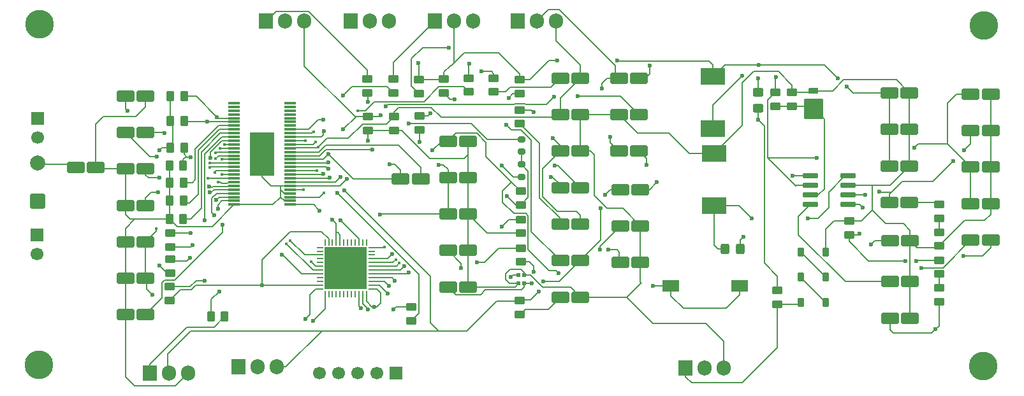
<source format=gbr>
%TF.GenerationSoftware,KiCad,Pcbnew,9.0.2*%
%TF.CreationDate,2025-07-10T19:46:15+05:30*%
%TF.ProjectId,STM32 ESC PCB Design,53544d33-3220-4455-9343-205043422044,rev?*%
%TF.SameCoordinates,Original*%
%TF.FileFunction,Copper,L1,Top*%
%TF.FilePolarity,Positive*%
%FSLAX46Y46*%
G04 Gerber Fmt 4.6, Leading zero omitted, Abs format (unit mm)*
G04 Created by KiCad (PCBNEW 9.0.2) date 2025-07-10 19:46:15*
%MOMM*%
%LPD*%
G01*
G04 APERTURE LIST*
G04 Aperture macros list*
%AMRoundRect*
0 Rectangle with rounded corners*
0 $1 Rounding radius*
0 $2 $3 $4 $5 $6 $7 $8 $9 X,Y pos of 4 corners*
0 Add a 4 corners polygon primitive as box body*
4,1,4,$2,$3,$4,$5,$6,$7,$8,$9,$2,$3,0*
0 Add four circle primitives for the rounded corners*
1,1,$1+$1,$2,$3*
1,1,$1+$1,$4,$5*
1,1,$1+$1,$6,$7*
1,1,$1+$1,$8,$9*
0 Add four rect primitives between the rounded corners*
20,1,$1+$1,$2,$3,$4,$5,0*
20,1,$1+$1,$4,$5,$6,$7,0*
20,1,$1+$1,$6,$7,$8,$9,0*
20,1,$1+$1,$8,$9,$2,$3,0*%
G04 Aperture macros list end*
%TA.AperFunction,SMDPad,CuDef*%
%ADD10RoundRect,0.250001X0.924999X0.499999X-0.924999X0.499999X-0.924999X-0.499999X0.924999X-0.499999X0*%
%TD*%
%TA.AperFunction,SMDPad,CuDef*%
%ADD11RoundRect,0.250000X-0.262500X-0.450000X0.262500X-0.450000X0.262500X0.450000X-0.262500X0.450000X0*%
%TD*%
%TA.AperFunction,SMDPad,CuDef*%
%ADD12RoundRect,0.250001X-0.924999X-0.499999X0.924999X-0.499999X0.924999X0.499999X-0.924999X0.499999X0*%
%TD*%
%TA.AperFunction,SMDPad,CuDef*%
%ADD13RoundRect,0.250000X0.262500X0.450000X-0.262500X0.450000X-0.262500X-0.450000X0.262500X-0.450000X0*%
%TD*%
%TA.AperFunction,SMDPad,CuDef*%
%ADD14RoundRect,0.250000X-0.450000X0.262500X-0.450000X-0.262500X0.450000X-0.262500X0.450000X0.262500X0*%
%TD*%
%TA.AperFunction,ComponentPad*%
%ADD15C,2.600000*%
%TD*%
%TA.AperFunction,ConnectorPad*%
%ADD16C,3.800000*%
%TD*%
%TA.AperFunction,SMDPad,CuDef*%
%ADD17RoundRect,0.250000X0.450000X-0.262500X0.450000X0.262500X-0.450000X0.262500X-0.450000X-0.262500X0*%
%TD*%
%TA.AperFunction,ComponentPad*%
%ADD18R,1.700000X1.700000*%
%TD*%
%TA.AperFunction,ComponentPad*%
%ADD19C,1.700000*%
%TD*%
%TA.AperFunction,SMDPad,CuDef*%
%ADD20RoundRect,0.225000X-0.225000X-0.375000X0.225000X-0.375000X0.225000X0.375000X-0.225000X0.375000X0*%
%TD*%
%TA.AperFunction,SMDPad,CuDef*%
%ADD21RoundRect,0.127000X1.143000X-1.208000X1.143000X1.208000X-1.143000X1.208000X-1.143000X-1.208000X0*%
%TD*%
%TA.AperFunction,SMDPad,CuDef*%
%ADD22RoundRect,0.076200X0.558800X-0.304800X0.558800X0.304800X-0.558800X0.304800X-0.558800X-0.304800X0*%
%TD*%
%TA.AperFunction,ComponentPad*%
%ADD23R,1.905000X2.000000*%
%TD*%
%TA.AperFunction,ComponentPad*%
%ADD24O,1.905000X2.000000*%
%TD*%
%TA.AperFunction,SMDPad,CuDef*%
%ADD25R,0.500000X0.600000*%
%TD*%
%TA.AperFunction,ComponentPad*%
%ADD26RoundRect,0.250000X0.750000X-0.750000X0.750000X0.750000X-0.750000X0.750000X-0.750000X-0.750000X0*%
%TD*%
%TA.AperFunction,ComponentPad*%
%ADD27C,2.000000*%
%TD*%
%TA.AperFunction,SMDPad,CuDef*%
%ADD28R,3.180000X2.250000*%
%TD*%
%TA.AperFunction,SMDPad,CuDef*%
%ADD29RoundRect,0.200000X0.275000X-0.200000X0.275000X0.200000X-0.275000X0.200000X-0.275000X-0.200000X0*%
%TD*%
%TA.AperFunction,SMDPad,CuDef*%
%ADD30RoundRect,0.070000X-0.715000X-0.070000X0.715000X-0.070000X0.715000X0.070000X-0.715000X0.070000X0*%
%TD*%
%TA.AperFunction,SMDPad,CuDef*%
%ADD31R,3.235000X5.820000*%
%TD*%
%TA.AperFunction,SMDPad,CuDef*%
%ADD32RoundRect,0.075000X-0.910000X-0.225000X0.910000X-0.225000X0.910000X0.225000X-0.910000X0.225000X0*%
%TD*%
%TA.AperFunction,SMDPad,CuDef*%
%ADD33RoundRect,0.062500X0.375000X0.062500X-0.375000X0.062500X-0.375000X-0.062500X0.375000X-0.062500X0*%
%TD*%
%TA.AperFunction,SMDPad,CuDef*%
%ADD34RoundRect,0.062500X0.062500X0.375000X-0.062500X0.375000X-0.062500X-0.375000X0.062500X-0.375000X0*%
%TD*%
%TA.AperFunction,HeatsinkPad*%
%ADD35R,5.600000X5.600000*%
%TD*%
%TA.AperFunction,SMDPad,CuDef*%
%ADD36RoundRect,0.250000X0.450000X-0.325000X0.450000X0.325000X-0.450000X0.325000X-0.450000X-0.325000X0*%
%TD*%
%TA.AperFunction,SMDPad,CuDef*%
%ADD37R,2.180000X1.600000*%
%TD*%
%TA.AperFunction,SMDPad,CuDef*%
%ADD38RoundRect,0.250000X-0.325000X-0.450000X0.325000X-0.450000X0.325000X0.450000X-0.325000X0.450000X0*%
%TD*%
%TA.AperFunction,ViaPad*%
%ADD39C,0.600000*%
%TD*%
%TA.AperFunction,ViaPad*%
%ADD40C,0.400000*%
%TD*%
%TA.AperFunction,Conductor*%
%ADD41C,0.200000*%
%TD*%
G04 APERTURE END LIST*
D10*
%TO.P,C8,1*%
%TO.N,R_SHUNT1_N*%
X126400000Y-63300000D03*
%TO.P,C8,2*%
%TO.N,PHCM_V*%
X123750000Y-63300000D03*
%TD*%
D11*
%TO.P,R3,1*%
%TO.N,VDD_3V3*%
X63975000Y-48000000D03*
%TO.P,R3,2*%
%TO.N,Net-(U1-OC_ADJ)*%
X65800000Y-48000000D03*
%TD*%
D12*
%TO.P,C18,1*%
%TO.N,BUCK_COMP*%
X159475000Y-55300000D03*
%TO.P,C18,2*%
%TO.N,Net-(C18-Pad2)*%
X162125000Y-55300000D03*
%TD*%
D13*
%TO.P,R4,1*%
%TO.N,Net-(U1-OC_ADJ)*%
X65700000Y-50400000D03*
%TO.P,R4,2*%
%TO.N,R_SHUNT1_N*%
X63875000Y-50400000D03*
%TD*%
D14*
%TO.P,R10,1*%
%TO.N,Net-(C18-Pad2)*%
X166100000Y-55575000D03*
%TO.P,R10,2*%
%TO.N,Net-(R10-Pad2)*%
X166100000Y-57400000D03*
%TD*%
D15*
%TO.P,REF\u002A\u002A,1*%
%TO.N,N/C*%
X171900000Y-77100000D03*
D16*
X171900000Y-77100000D03*
%TD*%
D10*
%TO.P,C13,1*%
%TO.N,Net-(U1-BIAS)*%
X126200000Y-43650000D03*
%TO.P,C13,2*%
%TO.N,R_SHUNT1_N*%
X123550000Y-43650000D03*
%TD*%
D17*
%TO.P,R20,1*%
%TO.N,Net-(C27-Pad1)*%
X97000000Y-40825000D03*
%TO.P,R20,2*%
%TO.N,V_Bridge*%
X97000000Y-39000000D03*
%TD*%
%TO.P,R32,1*%
%TO.N,Net-(C34-Pad1)*%
X110400000Y-40825000D03*
%TO.P,R32,2*%
%TO.N,V_Bridge*%
X110400000Y-39000000D03*
%TD*%
%TO.P,R33,1*%
%TO.N,Net-(C35-Pad1)*%
X110400000Y-70212500D03*
%TO.P,R33,2*%
%TO.N,MOTOR_W*%
X110400000Y-68387500D03*
%TD*%
%TO.P,R16,1*%
%TO.N,BUCK_FB*%
X154100000Y-59612500D03*
%TO.P,R16,2*%
%TO.N,R_SHUNT1_N*%
X154100000Y-57787500D03*
%TD*%
D12*
%TO.P,C24,1*%
%TO.N,Net-(U2-SS)*%
X159550000Y-65850000D03*
%TO.P,C24,2*%
%TO.N,R_SHUNT1_N*%
X162200000Y-65850000D03*
%TD*%
D11*
%TO.P,R2,1*%
%TO.N,VDD_3V3*%
X63975000Y-41200000D03*
%TO.P,R2,2*%
%TO.N,nOCTW*%
X65800000Y-41200000D03*
%TD*%
D18*
%TO.P,J4,1,Pin_1*%
%TO.N,POWER_GND*%
X46300000Y-59660000D03*
D19*
%TO.P,J4,2,Pin_2*%
X46300000Y-62200000D03*
%TD*%
D12*
%TO.P,C19,1*%
%TO.N,Net-(U2-VIN)*%
X170250000Y-40900000D03*
%TO.P,C19,2*%
%TO.N,R_SHUNT1_N*%
X172900000Y-40900000D03*
%TD*%
%TO.P,C37,1*%
%TO.N,AVDD_3V3*%
X100850000Y-56850000D03*
%TO.P,C37,2*%
%TO.N,R_SHUNT1_N*%
X103500000Y-56850000D03*
%TD*%
D10*
%TO.P,C12,1*%
%TO.N,Net-(U1-BST_A)*%
X126200000Y-48500000D03*
%TO.P,C12,2*%
%TO.N,MOTOR_U*%
X123550000Y-48500000D03*
%TD*%
D12*
%TO.P,C34,1*%
%TO.N,Net-(C34-Pad1)*%
X115750000Y-63050000D03*
%TO.P,C34,2*%
%TO.N,MOTOR_W*%
X118400000Y-63050000D03*
%TD*%
D20*
%TO.P,Z5,1,K*%
%TO.N,Net-(Z5-K)*%
X147700000Y-65250000D03*
%TO.P,Z5,2,A*%
%TO.N,Net-(Z4-K)*%
X151000000Y-65250000D03*
%TD*%
D11*
%TO.P,R5,1*%
%TO.N,R_SHUNT1_N*%
X63900000Y-52700000D03*
%TO.P,R5,2*%
%TO.N,Net-(U1-DTC)*%
X65725000Y-52700000D03*
%TD*%
%TO.P,R1,1*%
%TO.N,VDD_3V3*%
X63975000Y-44500000D03*
%TO.P,R1,2*%
%TO.N,nFAULT*%
X65800000Y-44500000D03*
%TD*%
%TO.P,R6,1*%
%TO.N,R_SHUNT1_N*%
X63900000Y-55100000D03*
%TO.P,R6,2*%
%TO.N,Net-(U1-M_PWM)*%
X65725000Y-55100000D03*
%TD*%
D17*
%TO.P,R35,1*%
%TO.N,Net-(C39-Pad1)*%
X110500000Y-63225000D03*
%TO.P,R35,2*%
%TO.N,HSE_OUT*%
X110500000Y-61400000D03*
%TD*%
D12*
%TO.P,C29,1*%
%TO.N,R_SHUNT1_P*%
X115750000Y-43650000D03*
%TO.P,C29,2*%
%TO.N,R_SHUNT1_N*%
X118400000Y-43650000D03*
%TD*%
D21*
%TO.P,D10,1,K*%
%TO.N,Net-(D10-K)*%
X149400000Y-42851000D03*
D22*
%TO.P,D10,2,A*%
%TO.N,R_SHUNT1_N*%
X149400000Y-40500000D03*
%TD*%
D17*
%TO.P,R28,1*%
%TO.N,Net-(C32-Pad1)*%
X110400000Y-44825000D03*
%TO.P,R28,2*%
%TO.N,MOTOR_V*%
X110400000Y-43000000D03*
%TD*%
D20*
%TO.P,Z6,1,K*%
%TO.N,Net-(Q2-G)*%
X147700000Y-68600000D03*
%TO.P,Z6,2,A*%
%TO.N,Net-(Z5-K)*%
X151000000Y-68600000D03*
%TD*%
D12*
%TO.P,C16,1*%
%TO.N,V_Bridge*%
X159475000Y-45600000D03*
%TO.P,C16,2*%
%TO.N,R_SHUNT1_N*%
X162125000Y-45600000D03*
%TD*%
D23*
%TO.P,Q7,1,G*%
%TO.N,Net-(Q7-G)*%
X61300000Y-78000000D03*
D24*
%TO.P,Q7,2,D*%
%TO.N,MOTOR_W*%
X63840000Y-78000000D03*
%TO.P,Q7,3,S*%
%TO.N,R_SHUNT1_N*%
X66380000Y-78000000D03*
%TD*%
D12*
%TO.P,C2,1*%
%TO.N,Net-(U1-CP2)*%
X58050000Y-46000000D03*
%TO.P,C2,2*%
%TO.N,Net-(U1-CP1)*%
X60700000Y-46000000D03*
%TD*%
D25*
%TO.P,Y1,1,1*%
%TO.N,HSE_IN*%
X110200000Y-65000000D03*
%TO.P,Y1,2,2*%
%TO.N,R_SHUNT1_N*%
X110200000Y-66100000D03*
%TO.P,Y1,3,3*%
%TO.N,Net-(C39-Pad1)*%
X111000000Y-66100000D03*
%TO.P,Y1,4,4*%
%TO.N,R_SHUNT1_N*%
X111000000Y-65000000D03*
%TD*%
D14*
%TO.P,R18,1*%
%TO.N,SO2*%
X64000000Y-59400000D03*
%TO.P,R18,2*%
%TO.N,PHCM_V*%
X64000000Y-61225000D03*
%TD*%
D26*
%TO.P,D6,1,A1*%
%TO.N,POWER_GND*%
X46400000Y-55180000D03*
D27*
%TO.P,D6,2,A2*%
%TO.N,+12POWER*%
X46400000Y-50100000D03*
%TD*%
D12*
%TO.P,C28,1*%
%TO.N,Net-(C28-Pad1)*%
X115750000Y-38800000D03*
%TO.P,C28,2*%
%TO.N,R_SHUNT1_P*%
X118400000Y-38800000D03*
%TD*%
D28*
%TO.P,D7,A*%
%TO.N,V_Bridge*%
X136000000Y-38590000D03*
%TO.P,D7,C*%
%TO.N,Net-(U2-VIN)*%
X136000000Y-45500000D03*
%TD*%
D29*
%TO.P,FB1,1*%
%TO.N,VDD_3V3*%
X110600000Y-48550000D03*
%TO.P,FB1,2*%
%TO.N,Net-(U1-REF)*%
X110600000Y-46900000D03*
%TD*%
D17*
%TO.P,R19,1*%
%TO.N,GH_A*%
X93600000Y-40725000D03*
%TO.P,R19,2*%
%TO.N,Net-(Q1-G)*%
X93600000Y-38900000D03*
%TD*%
D23*
%TO.P,Q4,1,G*%
%TO.N,Net-(Q4-G)*%
X87920000Y-31200000D03*
D24*
%TO.P,Q4,2,D*%
%TO.N,V_Bridge*%
X90460000Y-31200000D03*
%TO.P,Q4,3,S*%
%TO.N,MOTOR_V*%
X93000000Y-31200000D03*
%TD*%
D23*
%TO.P,Q3,1,G*%
%TO.N,Net-(Q3-G)*%
X110120000Y-31200000D03*
D24*
%TO.P,Q3,2,D*%
%TO.N,MOTOR_U*%
X112660000Y-31200000D03*
%TO.P,Q3,3,S*%
%TO.N,R_SHUNT1_P*%
X115200000Y-31200000D03*
%TD*%
D17*
%TO.P,R27,1*%
%TO.N,Net-(C31-Pad1)*%
X100300000Y-40725000D03*
%TO.P,R27,2*%
%TO.N,V_Bridge*%
X100300000Y-38900000D03*
%TD*%
%TO.P,R8,1*%
%TO.N,VDD_3V3*%
X63900000Y-68325000D03*
%TO.P,R8,2*%
%TO.N,Net-(U1-GAIN)*%
X63900000Y-66500000D03*
%TD*%
D18*
%TO.P,J3,1,Pin_1*%
%TO.N,+12POWER*%
X46400000Y-44160000D03*
D19*
%TO.P,J3,2,Pin_2*%
X46400000Y-46700000D03*
%TD*%
D29*
%TO.P,FB2,1*%
%TO.N,AVDD_3V3*%
X110600000Y-51900000D03*
%TO.P,FB2,2*%
%TO.N,VDD_3V3*%
X110600000Y-50250000D03*
%TD*%
D23*
%TO.P,Q1,1,G*%
%TO.N,Net-(Q1-G)*%
X99120000Y-31200000D03*
D24*
%TO.P,Q1,2,D*%
%TO.N,V_Bridge*%
X101660000Y-31200000D03*
%TO.P,Q1,3,S*%
%TO.N,MOTOR_U*%
X104200000Y-31200000D03*
%TD*%
D14*
%TO.P,R11,1*%
%TO.N,Net-(R10-Pad2)*%
X166100000Y-59275000D03*
%TO.P,R11,2*%
%TO.N,R_SHUNT1_N*%
X166100000Y-61100000D03*
%TD*%
D15*
%TO.P,REF\u002A\u002A,1*%
%TO.N,N/C*%
X46500000Y-76900000D03*
D16*
X46500000Y-76900000D03*
%TD*%
D17*
%TO.P,R14,1*%
%TO.N,VDD_3V3*%
X166100000Y-68525000D03*
%TO.P,R14,2*%
%TO.N,Net-(R14-Pad2)*%
X166100000Y-66700000D03*
%TD*%
D12*
%TO.P,C14,1*%
%TO.N,+12POWER*%
X51450000Y-50700000D03*
%TO.P,C14,2*%
%TO.N,R_SHUNT1_N*%
X54100000Y-50700000D03*
%TD*%
D14*
%TO.P,R17,1*%
%TO.N,SO1*%
X64000000Y-62887500D03*
%TO.P,R17,2*%
%TO.N,PHCM_U*%
X64000000Y-64712500D03*
%TD*%
D12*
%TO.P,C31,1*%
%TO.N,Net-(C31-Pad1)*%
X115750000Y-53350000D03*
%TO.P,C31,2*%
%TO.N,MOTOR_V*%
X118400000Y-53350000D03*
%TD*%
D10*
%TO.P,C9,1*%
%TO.N,R_SHUNT1_N*%
X126400000Y-58450000D03*
%TO.P,C9,2*%
%TO.N,PHCM_U*%
X123750000Y-58450000D03*
%TD*%
D30*
%TO.P,U1,1,RT_CLK*%
%TO.N,unconnected-(U1-RT_CLK-Pad1)*%
X72460000Y-42100000D03*
%TO.P,U1,2,COMP*%
%TO.N,unconnected-(U1-COMP-Pad2)*%
X72460000Y-42600000D03*
%TO.P,U1,3,VSENSE*%
%TO.N,unconnected-(U1-VSENSE-Pad3)*%
X72460000Y-43100000D03*
%TO.P,U1,4,PWRGD*%
%TO.N,unconnected-(U1-PWRGD-Pad4)*%
X72460000Y-43600000D03*
%TO.P,U1,5,NOCTW*%
%TO.N,nOCTW*%
X72460000Y-44100000D03*
%TO.P,U1,6,NFAULT*%
%TO.N,nFAULT*%
X72460000Y-44600000D03*
%TO.P,U1,7,DTC*%
%TO.N,Net-(U1-DTC)*%
X72460000Y-45100000D03*
%TO.P,U1,8,M_PWM*%
%TO.N,Net-(U1-M_PWM)*%
X72460000Y-45600000D03*
%TO.P,U1,9,M_OC*%
%TO.N,Net-(U1-M_OC)*%
X72460000Y-46100000D03*
%TO.P,U1,10,GAIN*%
%TO.N,Net-(U1-GAIN)*%
X72460000Y-46600000D03*
%TO.P,U1,11,OC_ADJ*%
%TO.N,Net-(U1-OC_ADJ)*%
X72460000Y-47100000D03*
%TO.P,U1,12,DC_CAL*%
%TO.N,DC_CAL*%
X72460000Y-47600000D03*
%TO.P,U1,13,GVDD*%
%TO.N,Net-(U1-GVDD)*%
X72460000Y-48100000D03*
%TO.P,U1,14,CP1*%
%TO.N,Net-(U1-CP1)*%
X72460000Y-48600000D03*
%TO.P,U1,15,CP2*%
%TO.N,Net-(U1-CP2)*%
X72460000Y-49100000D03*
%TO.P,U1,16,EN_GATE*%
%TO.N,GDR_EN*%
X72460000Y-49600000D03*
%TO.P,U1,17,INH_A*%
%TO.N,PWM1_H*%
X72460000Y-50100000D03*
%TO.P,U1,18,INL_A*%
%TO.N,PWM1_L*%
X72460000Y-50600000D03*
%TO.P,U1,19,INH_B*%
%TO.N,PWM2_H*%
X72460000Y-51100000D03*
%TO.P,U1,20,INL_B*%
%TO.N,PWM2_L*%
X72460000Y-51600000D03*
%TO.P,U1,21,INH_C*%
%TO.N,PWM3_H*%
X72460000Y-52100000D03*
%TO.P,U1,22,INL_C*%
%TO.N,PWM3_L*%
X72460000Y-52600000D03*
%TO.P,U1,23,DVDD*%
%TO.N,Net-(U1-DVDD)*%
X72460000Y-53100000D03*
%TO.P,U1,24,REF*%
%TO.N,Net-(U1-REF)*%
X72460000Y-53600000D03*
%TO.P,U1,25,SO1*%
%TO.N,SO1*%
X72460000Y-54100000D03*
%TO.P,U1,26,SO2*%
%TO.N,SO2*%
X72460000Y-54600000D03*
%TO.P,U1,27,AVDD*%
%TO.N,Net-(U1-AVDD)*%
X72460000Y-55100000D03*
%TO.P,U1,28,AGND*%
%TO.N,R_SHUNT1_N*%
X72460000Y-55600000D03*
%TO.P,U1,29,PVDD1*%
%TO.N,V_Bridge*%
X79900000Y-55600000D03*
%TO.P,U1,30,SP2*%
%TO.N,R_SHUNT1_N*%
X79900000Y-55100000D03*
%TO.P,U1,31,SN2*%
%TO.N,R_SHUNT2_P*%
X79900000Y-54600000D03*
%TO.P,U1,32,SP1*%
%TO.N,R_SHUNT1_N*%
X79900000Y-54100000D03*
%TO.P,U1,33,SN1*%
%TO.N,R_SHUNT1_P*%
X79900000Y-53600000D03*
%TO.P,U1,34,SL_C*%
%TO.N,R_SHUNT1_N*%
X79900000Y-53100000D03*
%TO.P,U1,35,GL_C*%
%TO.N,GL_C*%
X79900000Y-52600000D03*
%TO.P,U1,36,SH_C*%
%TO.N,MOTOR_W*%
X79900000Y-52100000D03*
%TO.P,U1,37,GH_C*%
%TO.N,GH_C*%
X79900000Y-51600000D03*
%TO.P,U1,38,BST_C*%
%TO.N,Net-(U1-BST_C)*%
X79900000Y-51100000D03*
%TO.P,U1,39,SL_B*%
%TO.N,R_SHUNT2_P*%
X79900000Y-50600000D03*
%TO.P,U1,40,GL_B*%
%TO.N,GL_B*%
X79900000Y-50100000D03*
%TO.P,U1,41,SH_B*%
%TO.N,MOTOR_V*%
X79900000Y-49600000D03*
%TO.P,U1,42,GH_B*%
%TO.N,GH_B*%
X79900000Y-49100000D03*
%TO.P,U1,43,BST_B*%
%TO.N,Net-(U1-BST_B)*%
X79900000Y-48600000D03*
%TO.P,U1,44,SL_A*%
%TO.N,R_SHUNT1_P*%
X79900000Y-48100000D03*
%TO.P,U1,45,GL_A*%
%TO.N,GL_A*%
X79900000Y-47600000D03*
%TO.P,U1,46,SH_A*%
%TO.N,MOTOR_U*%
X79900000Y-47100000D03*
%TO.P,U1,47,GH_A*%
%TO.N,GH_A*%
X79900000Y-46600000D03*
%TO.P,U1,48,BST_A*%
%TO.N,Net-(U1-BST_A)*%
X79900000Y-46100000D03*
%TO.P,U1,49,BIAS*%
%TO.N,Net-(U1-BIAS)*%
X79900000Y-45600000D03*
%TO.P,U1,50,PH*%
%TO.N,unconnected-(U1-PH-Pad50)*%
X79900000Y-45100000D03*
%TO.P,U1,51,PH*%
%TO.N,unconnected-(U1-PH-Pad51)*%
X79900000Y-44600000D03*
%TO.P,U1,52,BST_BK*%
%TO.N,unconnected-(U1-BST_BK-Pad52)*%
X79900000Y-44100000D03*
%TO.P,U1,53,PVDD2*%
%TO.N,unconnected-(U1-PVDD2-Pad53)*%
X79900000Y-43600000D03*
%TO.P,U1,54,PVDD2*%
%TO.N,unconnected-(U1-PVDD2-Pad54)*%
X79900000Y-43100000D03*
%TO.P,U1,55,EN_BUCK*%
%TO.N,unconnected-(U1-EN_BUCK-Pad55)*%
X79900000Y-42600000D03*
%TO.P,U1,56,SS_TR*%
%TO.N,unconnected-(U1-SS_TR-Pad56)*%
X79900000Y-42100000D03*
D31*
%TO.P,U1,57,PWR_PAD*%
%TO.N,R_SHUNT1_N*%
X76180000Y-48850000D03*
%TD*%
D12*
%TO.P,C17,1*%
%TO.N,V_Bridge*%
X159475000Y-50450000D03*
%TO.P,C17,2*%
%TO.N,R_SHUNT1_N*%
X162125000Y-50450000D03*
%TD*%
D11*
%TO.P,R30,1*%
%TO.N,GL_C*%
X69375000Y-70490000D03*
%TO.P,R30,2*%
%TO.N,Net-(Q7-G)*%
X71200000Y-70490000D03*
%TD*%
D12*
%TO.P,C20,1*%
%TO.N,BUCK_COMP*%
X170250000Y-45750000D03*
%TO.P,C20,2*%
%TO.N,R_SHUNT1_N*%
X172900000Y-45750000D03*
%TD*%
D17*
%TO.P,R29,1*%
%TO.N,GH_C*%
X96000000Y-71025000D03*
%TO.P,R29,2*%
%TO.N,Net-(Q6-G)*%
X96000000Y-69200000D03*
%TD*%
D12*
%TO.P,C39,1*%
%TO.N,Net-(C39-Pad1)*%
X100850000Y-66550000D03*
%TO.P,C39,2*%
%TO.N,R_SHUNT1_N*%
X103500000Y-66550000D03*
%TD*%
D32*
%TO.P,U2,1,BOOT*%
%TO.N,BUCK_BOOT*%
X149000000Y-51790000D03*
%TO.P,U2,2,VIN*%
%TO.N,Net-(U2-VIN)*%
X149000000Y-53060000D03*
%TO.P,U2,3,EN*%
%TO.N,Net-(D10-K)*%
X149000000Y-54330000D03*
%TO.P,U2,4,SS*%
%TO.N,Net-(U2-SS)*%
X149000000Y-55600000D03*
%TO.P,U2,5,FB*%
%TO.N,BUCK_FB*%
X153940000Y-55600000D03*
%TO.P,U2,6,COMP*%
%TO.N,BUCK_COMP*%
X153940000Y-54330000D03*
%TO.P,U2,7,GND*%
%TO.N,R_SHUNT1_N*%
X153940000Y-53060000D03*
%TO.P,U2,8,PH*%
%TO.N,BUCK_PH*%
X153940000Y-51790000D03*
%TD*%
D12*
%TO.P,C5,1*%
%TO.N,R_SHUNT1_N*%
X58050000Y-60550000D03*
%TO.P,C5,2*%
%TO.N,V_Bridge*%
X60700000Y-60550000D03*
%TD*%
%TO.P,C7,1*%
%TO.N,R_SHUNT1_N*%
X58050000Y-70250000D03*
%TO.P,C7,2*%
%TO.N,Net-(U1-AVDD)*%
X60700000Y-70250000D03*
%TD*%
D17*
%TO.P,R15,1*%
%TO.N,Net-(R14-Pad2)*%
X166100000Y-64825000D03*
%TO.P,R15,2*%
%TO.N,BUCK_FB*%
X166100000Y-63000000D03*
%TD*%
D11*
%TO.P,R7,1*%
%TO.N,R_SHUNT1_N*%
X63875000Y-57500000D03*
%TO.P,R7,2*%
%TO.N,Net-(U1-M_OC)*%
X65700000Y-57500000D03*
%TD*%
D12*
%TO.P,C22,1*%
%TO.N,Net-(U2-VIN)*%
X170250000Y-55450000D03*
%TO.P,C22,2*%
%TO.N,R_SHUNT1_N*%
X172900000Y-55450000D03*
%TD*%
%TO.P,C38,1*%
%TO.N,HSE_IN*%
X100850000Y-61700000D03*
%TO.P,C38,2*%
%TO.N,R_SHUNT1_N*%
X103500000Y-61700000D03*
%TD*%
D17*
%TO.P,R22,1*%
%TO.N,Net-(C28-Pad1)*%
X106900000Y-40625000D03*
%TO.P,R22,2*%
%TO.N,MOTOR_U*%
X106900000Y-38800000D03*
%TD*%
%TO.P,R23,1*%
%TO.N,R_SHUNT1_N*%
X93700000Y-45725000D03*
%TO.P,R23,2*%
%TO.N,R_SHUNT1_P*%
X93700000Y-43900000D03*
%TD*%
D33*
%TO.P,U3,1,VBAT*%
%TO.N,VDD_3V3*%
X90700000Y-66800000D03*
%TO.P,U3,2,PC13*%
%TO.N,PWM1_L*%
X90700000Y-66300000D03*
%TO.P,U3,3,PC14*%
%TO.N,nFAULT*%
X90700000Y-65800000D03*
%TO.P,U3,4,PC15*%
%TO.N,nOCTW*%
X90700000Y-65300000D03*
%TO.P,U3,5,PF0*%
%TO.N,HSE_IN*%
X90700000Y-64800000D03*
%TO.P,U3,6,PF1*%
%TO.N,HSE_OUT*%
X90700000Y-64300000D03*
%TO.P,U3,7,PG10*%
%TO.N,NRST*%
X90700000Y-63800000D03*
%TO.P,U3,8,PA0*%
%TO.N,PHCM_U*%
X90700000Y-63300000D03*
%TO.P,U3,9,PA1*%
%TO.N,PHCM_V*%
X90700000Y-62800000D03*
%TO.P,U3,10,PA2*%
%TO.N,unconnected-(U3-PA2-Pad10)*%
X90700000Y-62300000D03*
%TO.P,U3,11,PA3*%
%TO.N,unconnected-(U3-PA3-Pad11)*%
X90700000Y-61800000D03*
%TO.P,U3,12,PA4*%
%TO.N,DC_CAL*%
X90700000Y-61300000D03*
D34*
%TO.P,U3,13,PA5*%
%TO.N,unconnected-(U3-PA5-Pad13)*%
X90012500Y-60612500D03*
%TO.P,U3,14,PA6*%
%TO.N,unconnected-(U3-PA6-Pad14)*%
X89512500Y-60612500D03*
%TO.P,U3,15,PA7*%
%TO.N,GDR_EN*%
X89012500Y-60612500D03*
%TO.P,U3,16,PC4*%
%TO.N,unconnected-(U3-PC4-Pad16)*%
X88512500Y-60612500D03*
%TO.P,U3,17,PB0*%
%TO.N,unconnected-(U3-PB0-Pad17)*%
X88012500Y-60612500D03*
%TO.P,U3,18,PB1*%
%TO.N,unconnected-(U3-PB1-Pad18)*%
X87512500Y-60612500D03*
%TO.P,U3,19,PB2*%
%TO.N,unconnected-(U3-PB2-Pad19)*%
X87012500Y-60612500D03*
%TO.P,U3,20,VREF+*%
%TO.N,AVDD_3V3*%
X86512500Y-60612500D03*
%TO.P,U3,21,VDDA*%
X86012500Y-60612500D03*
%TO.P,U3,22,PB10*%
%TO.N,unconnected-(U3-PB10-Pad22)*%
X85512500Y-60612500D03*
%TO.P,U3,23,VDD*%
%TO.N,VDD_3V3*%
X85012500Y-60612500D03*
%TO.P,U3,24,PB11*%
%TO.N,unconnected-(U3-PB11-Pad24)*%
X84512500Y-60612500D03*
D33*
%TO.P,U3,25,PB12*%
%TO.N,unconnected-(U3-PB12-Pad25)*%
X83825000Y-61300000D03*
%TO.P,U3,26,PB13*%
%TO.N,unconnected-(U3-PB13-Pad26)*%
X83825000Y-61800000D03*
%TO.P,U3,27,PB14*%
%TO.N,PWM2_L*%
X83825000Y-62300000D03*
%TO.P,U3,28,PB15*%
%TO.N,unconnected-(U3-PB15-Pad28)*%
X83825000Y-62800000D03*
%TO.P,U3,29,PC6*%
%TO.N,unconnected-(U3-PC6-Pad29)*%
X83825000Y-63300000D03*
%TO.P,U3,30,PA8*%
%TO.N,PWM1_H*%
X83825000Y-63800000D03*
%TO.P,U3,31,PA9*%
%TO.N,PWM2_H*%
X83825000Y-64300000D03*
%TO.P,U3,32,PA10*%
%TO.N,PWM3_H*%
X83825000Y-64800000D03*
%TO.P,U3,33,PA11*%
%TO.N,unconnected-(U3-PA11-Pad33)*%
X83825000Y-65300000D03*
%TO.P,U3,34,PA12*%
%TO.N,unconnected-(U3-PA12-Pad34)*%
X83825000Y-65800000D03*
%TO.P,U3,35,VDD*%
%TO.N,VDD_3V3*%
X83825000Y-66300000D03*
%TO.P,U3,36,PA13*%
%TO.N,SWDIO*%
X83825000Y-66800000D03*
D34*
%TO.P,U3,37,PA14*%
%TO.N,SWDCLK*%
X84512500Y-67487500D03*
%TO.P,U3,38,PA15*%
%TO.N,unconnected-(U3-PA15-Pad38)*%
X85012500Y-67487500D03*
%TO.P,U3,39,PC10*%
%TO.N,unconnected-(U3-PC10-Pad39)*%
X85512500Y-67487500D03*
%TO.P,U3,40,PC11*%
%TO.N,unconnected-(U3-PC11-Pad40)*%
X86012500Y-67487500D03*
%TO.P,U3,41,PB3*%
%TO.N,unconnected-(U3-PB3-Pad41)*%
X86512500Y-67487500D03*
%TO.P,U3,42,PB4*%
%TO.N,unconnected-(U3-PB4-Pad42)*%
X87012500Y-67487500D03*
%TO.P,U3,43,PB5*%
%TO.N,unconnected-(U3-PB5-Pad43)*%
X87512500Y-67487500D03*
%TO.P,U3,44,PB6*%
%TO.N,unconnected-(U3-PB6-Pad44)*%
X88012500Y-67487500D03*
%TO.P,U3,45,PB7*%
%TO.N,unconnected-(U3-PB7-Pad45)*%
X88512500Y-67487500D03*
%TO.P,U3,46,PB8*%
%TO.N,BOOT0*%
X89012500Y-67487500D03*
%TO.P,U3,47,PB9*%
%TO.N,PWM3_L*%
X89512500Y-67487500D03*
%TO.P,U3,48,VDD*%
%TO.N,VDD_3V3*%
X90012500Y-67487500D03*
D35*
%TO.P,U3,49,VSS*%
%TO.N,R_SHUNT1_N*%
X87262500Y-64050000D03*
%TD*%
D12*
%TO.P,C4,1*%
%TO.N,R_SHUNT1_N*%
X58050000Y-55700000D03*
%TO.P,C4,2*%
%TO.N,Net-(U1-REF)*%
X60700000Y-55700000D03*
%TD*%
%TO.P,C21,1*%
%TO.N,Net-(U2-VIN)*%
X170250000Y-50600000D03*
%TO.P,C21,2*%
%TO.N,R_SHUNT1_N*%
X172900000Y-50600000D03*
%TD*%
D17*
%TO.P,R9,1*%
%TO.N,Net-(Q2-G)*%
X144600000Y-68825000D03*
%TO.P,R9,2*%
%TO.N,+12POWER*%
X144600000Y-67000000D03*
%TD*%
D20*
%TO.P,Z4,1,K*%
%TO.N,Net-(Z4-K)*%
X147700000Y-61900000D03*
%TO.P,Z4,2,A*%
%TO.N,R_SHUNT1_N*%
X151000000Y-61900000D03*
%TD*%
D10*
%TO.P,C11,1*%
%TO.N,Net-(U1-BST_B)*%
X97225000Y-52200000D03*
%TO.P,C11,2*%
%TO.N,MOTOR_V*%
X94575000Y-52200000D03*
%TD*%
D12*
%TO.P,C33,1*%
%TO.N,NRST*%
X100850000Y-47150000D03*
%TO.P,C33,2*%
%TO.N,R_SHUNT1_N*%
X103500000Y-47150000D03*
%TD*%
D17*
%TO.P,R31,1*%
%TO.N,VDD_3V3*%
X110500000Y-55650000D03*
%TO.P,R31,2*%
%TO.N,NRST*%
X110500000Y-53825000D03*
%TD*%
%TO.P,R13,1*%
%TO.N,Net-(D10-K)*%
X146500000Y-42525000D03*
%TO.P,R13,2*%
%TO.N,R_SHUNT1_N*%
X146500000Y-40700000D03*
%TD*%
D23*
%TO.P,Q2,1,G*%
%TO.N,Net-(Q2-G)*%
X132420000Y-77300000D03*
D24*
%TO.P,Q2,2,D*%
%TO.N,POWER_GND*%
X134960000Y-77300000D03*
%TO.P,Q2,3,S*%
%TO.N,R_SHUNT1_N*%
X137500000Y-77300000D03*
%TD*%
D12*
%TO.P,C15,1*%
%TO.N,V_Bridge*%
X159475000Y-40750000D03*
%TO.P,C15,2*%
%TO.N,R_SHUNT1_N*%
X162125000Y-40750000D03*
%TD*%
%TO.P,C3,1*%
%TO.N,R_SHUNT1_N*%
X58050000Y-50850000D03*
%TO.P,C3,2*%
%TO.N,Net-(U1-DVDD)*%
X60700000Y-50850000D03*
%TD*%
D36*
%TO.P,L3,1,1*%
%TO.N,+12POWER*%
X142000000Y-42750000D03*
%TO.P,L3,2,2*%
%TO.N,V_Bridge*%
X142000000Y-40700000D03*
%TD*%
D12*
%TO.P,C32,1*%
%TO.N,Net-(C32-Pad1)*%
X115750000Y-58200000D03*
%TO.P,C32,2*%
%TO.N,R_SHUNT2_P*%
X118400000Y-58200000D03*
%TD*%
D17*
%TO.P,R34,1*%
%TO.N,R_SHUNT1_N*%
X110500000Y-59400000D03*
%TO.P,R34,2*%
%TO.N,BOOT0*%
X110500000Y-57575000D03*
%TD*%
D12*
%TO.P,C30,1*%
%TO.N,R_SHUNT2_P*%
X115750000Y-48500000D03*
%TO.P,C30,2*%
%TO.N,R_SHUNT1_N*%
X118400000Y-48500000D03*
%TD*%
D14*
%TO.P,R12,1*%
%TO.N,Net-(U2-VIN)*%
X144300000Y-40700000D03*
%TO.P,R12,2*%
%TO.N,Net-(D10-K)*%
X144300000Y-42525000D03*
%TD*%
D37*
%TO.P,SW1,1,1A*%
%TO.N,NRST*%
X130420000Y-66400000D03*
%TO.P,SW1,2,A*%
X139600000Y-66400000D03*
%TD*%
D12*
%TO.P,C6,1*%
%TO.N,R_SHUNT1_N*%
X58050000Y-65400000D03*
%TO.P,C6,2*%
%TO.N,V_Bridge*%
X60700000Y-65400000D03*
%TD*%
D18*
%TO.P,J1,1,Pin_1*%
%TO.N,VDD_3V3*%
X93900000Y-78000000D03*
D19*
%TO.P,J1,2,Pin_2*%
%TO.N,R_SHUNT1_N*%
X91360000Y-78000000D03*
%TO.P,J1,3,Pin_3*%
%TO.N,SWDIO*%
X88820000Y-78000000D03*
%TO.P,J1,4,Pin_4*%
%TO.N,SWDCLK*%
X86280000Y-78000000D03*
%TO.P,J1,5,Pin_5*%
%TO.N,unconnected-(J1-Pin_5-Pad5)*%
X83740000Y-78000000D03*
%TD*%
D17*
%TO.P,R21,1*%
%TO.N,GL_A*%
X103600000Y-40625000D03*
%TO.P,R21,2*%
%TO.N,Net-(Q3-G)*%
X103600000Y-38800000D03*
%TD*%
D15*
%TO.P,REF\u002A\u002A,1*%
%TO.N,N/C*%
X46600000Y-31600000D03*
D16*
X46600000Y-31600000D03*
%TD*%
D10*
%TO.P,C10,1*%
%TO.N,Net-(U1-BST_C)*%
X126400000Y-53600000D03*
%TO.P,C10,2*%
%TO.N,MOTOR_W*%
X123750000Y-53600000D03*
%TD*%
D12*
%TO.P,C35,1*%
%TO.N,Net-(C35-Pad1)*%
X115750000Y-67900000D03*
%TO.P,C35,2*%
%TO.N,R_SHUNT1_N*%
X118400000Y-67900000D03*
%TD*%
D28*
%TO.P,D9,A*%
%TO.N,R_SHUNT1_N*%
X136200000Y-48790000D03*
%TO.P,D9,C*%
%TO.N,BUCK_PH*%
X136200000Y-55700000D03*
%TD*%
D10*
%TO.P,C27,1*%
%TO.N,Net-(C27-Pad1)*%
X126200000Y-38800000D03*
%TO.P,C27,2*%
%TO.N,MOTOR_U*%
X123550000Y-38800000D03*
%TD*%
D17*
%TO.P,R24,1*%
%TO.N,GH_B*%
X97100000Y-45625000D03*
%TO.P,R24,2*%
%TO.N,Net-(Q4-G)*%
X97100000Y-43800000D03*
%TD*%
D12*
%TO.P,C23,1*%
%TO.N,BUCK_PH*%
X170250000Y-60300000D03*
%TO.P,C23,2*%
%TO.N,BUCK_BOOT*%
X172900000Y-60300000D03*
%TD*%
D17*
%TO.P,R25,1*%
%TO.N,GL_B*%
X90100000Y-40725000D03*
%TO.P,R25,2*%
%TO.N,Net-(Q5-G)*%
X90100000Y-38900000D03*
%TD*%
D12*
%TO.P,C25,1*%
%TO.N,VDD_3V3*%
X159550000Y-70700000D03*
%TO.P,C25,2*%
%TO.N,R_SHUNT1_N*%
X162200000Y-70700000D03*
%TD*%
%TO.P,C1,1*%
%TO.N,Net-(U1-GVDD)*%
X58050000Y-41150000D03*
%TO.P,C1,2*%
%TO.N,R_SHUNT1_N*%
X60700000Y-41150000D03*
%TD*%
D17*
%TO.P,R26,1*%
%TO.N,R_SHUNT1_N*%
X90200000Y-45725000D03*
%TO.P,R26,2*%
%TO.N,R_SHUNT2_P*%
X90200000Y-43900000D03*
%TD*%
D15*
%TO.P,REF\u002A\u002A,1*%
%TO.N,N/C*%
X172000000Y-31800000D03*
D16*
X172000000Y-31800000D03*
%TD*%
D12*
%TO.P,C36,1*%
%TO.N,AVDD_3V3*%
X100850000Y-52000000D03*
%TO.P,C36,2*%
%TO.N,R_SHUNT1_N*%
X103500000Y-52000000D03*
%TD*%
D38*
%TO.P,L4,1,1*%
%TO.N,BUCK_PH*%
X137650000Y-61500000D03*
%TO.P,L4,2,2*%
%TO.N,VDD_3V3*%
X139700000Y-61500000D03*
%TD*%
D12*
%TO.P,C26,1*%
%TO.N,VDD_3V3*%
X159550000Y-60400000D03*
%TO.P,C26,2*%
%TO.N,R_SHUNT1_N*%
X162200000Y-60400000D03*
%TD*%
D23*
%TO.P,Q6,1,G*%
%TO.N,Net-(Q6-G)*%
X73000000Y-77200000D03*
D24*
%TO.P,Q6,2,D*%
%TO.N,V_Bridge*%
X75540000Y-77200000D03*
%TO.P,Q6,3,S*%
%TO.N,MOTOR_W*%
X78080000Y-77200000D03*
%TD*%
D23*
%TO.P,Q5,1,G*%
%TO.N,Net-(Q5-G)*%
X76700000Y-31200000D03*
D24*
%TO.P,Q5,2,D*%
%TO.N,MOTOR_V*%
X79240000Y-31200000D03*
%TO.P,Q5,3,S*%
%TO.N,R_SHUNT2_P*%
X81780000Y-31200000D03*
%TD*%
D39*
%TO.N,PHCM_U*%
X62500000Y-63700000D03*
%TO.N,Net-(U1-REF)*%
X95600000Y-44800000D03*
%TO.N,MOTOR_V*%
X93100000Y-50200000D03*
%TO.N,Net-(U1-BST_A)*%
X127200000Y-50300000D03*
D40*
X83000000Y-45900000D03*
D39*
%TO.N,MOTOR_U*%
X121300000Y-40200000D03*
X122400000Y-46600000D03*
%TO.N,+12POWER*%
X142000000Y-44300000D03*
%TO.N,VDD_3V3*%
X62500000Y-48400000D03*
%TO.N,Net-(C27-Pad1)*%
X127600000Y-37100000D03*
X101000000Y-34700000D03*
%TO.N,BUCK_FB*%
X155500000Y-59500000D03*
X155900000Y-56000000D03*
%TO.N,MOTOR_V*%
X112200000Y-43300000D03*
%TO.N,nOCTW*%
X70150000Y-43950000D03*
%TO.N,nFAULT*%
X68854260Y-44545740D03*
%TO.N,nOCTW*%
X93800000Y-65700000D03*
%TO.N,nFAULT*%
X93000000Y-66400000D03*
%TO.N,PHCM_V*%
X66900000Y-61000000D03*
D40*
%TO.N,Net-(U1-GVDD)*%
X70600000Y-48100000D03*
D39*
X58300000Y-43100000D03*
%TO.N,R_SHUNT1_N*%
X90200000Y-47100000D03*
X87400000Y-52200000D03*
D40*
%TO.N,Net-(U1-CP2)*%
X69990478Y-49515080D03*
D39*
%TO.N,Net-(U1-CP1)*%
X63200000Y-46100000D03*
D40*
X70000000Y-48700000D03*
D39*
%TO.N,Net-(U1-DVDD)*%
X62550000Y-52050000D03*
X69100000Y-53200000D03*
%TO.N,Net-(U1-REF)*%
X69200000Y-54000000D03*
X62400000Y-54000000D03*
%TO.N,V_Bridge*%
X96900000Y-36800000D03*
X61600000Y-67600000D03*
X142000000Y-38800000D03*
D40*
X62100000Y-58800000D03*
D39*
X142100000Y-37000000D03*
X115400000Y-36400000D03*
X152600000Y-38800000D03*
X83800000Y-56400000D03*
X153800000Y-39900000D03*
X123300000Y-36400000D03*
%TO.N,Net-(U1-AVDD)*%
X70900000Y-58300000D03*
X70300000Y-56200000D03*
%TO.N,PHCM_V*%
X122100000Y-61600000D03*
X93400000Y-62200000D03*
D40*
%TO.N,PHCM_U*%
X93900000Y-62900000D03*
D39*
X121000000Y-61600000D03*
D40*
%TO.N,Net-(U1-BST_C)*%
X83400000Y-51100000D03*
D39*
X128600000Y-52600000D03*
%TO.N,MOTOR_W*%
X121100000Y-56100000D03*
X85100000Y-52000000D03*
X87100000Y-53700000D03*
X112900000Y-67200000D03*
X121700000Y-54300000D03*
X113500000Y-65800000D03*
%TO.N,MOTOR_V*%
X115000000Y-50400000D03*
X85000000Y-48900000D03*
%TO.N,MOTOR_U*%
X105300000Y-37900000D03*
D40*
X81900000Y-47100000D03*
D39*
%TO.N,Net-(U1-BIAS)*%
X114900000Y-41300000D03*
X84300000Y-44300000D03*
X92600000Y-42500000D03*
X118100000Y-41200000D03*
%TO.N,BUCK_COMP*%
X156270000Y-54330000D03*
X158100000Y-53900000D03*
X167900000Y-49800000D03*
X169400000Y-48400000D03*
%TO.N,Net-(U2-VIN)*%
X149799000Y-49399000D03*
X139900000Y-38500000D03*
X162800000Y-48000000D03*
X144400000Y-38600000D03*
%TO.N,BUCK_PH*%
X148600000Y-57400000D03*
X141200000Y-57400000D03*
X163700000Y-64000000D03*
%TO.N,BUCK_BOOT*%
X146600000Y-51800000D03*
X169300000Y-62400000D03*
%TO.N,VDD_3V3*%
X140100000Y-59900000D03*
X157000000Y-60900000D03*
X76200000Y-66300000D03*
X165600000Y-72200000D03*
X91100000Y-69200000D03*
X108700000Y-54500000D03*
D40*
%TO.N,R_SHUNT1_P*%
X81700000Y-53600000D03*
X83650000Y-47950000D03*
D39*
%TO.N,R_SHUNT2_P*%
X86900000Y-45600000D03*
X91900000Y-43700000D03*
X85000000Y-50800000D03*
X114800000Y-46800000D03*
D40*
X84350000Y-54050000D03*
D39*
%TO.N,Net-(C31-Pad1)*%
X101700000Y-41600000D03*
X114500000Y-51900000D03*
%TO.N,NRST*%
X115550000Y-64750000D03*
X128100000Y-66400000D03*
D40*
X94400000Y-63400000D03*
D39*
X98800000Y-48400000D03*
%TO.N,Net-(C34-Pad1)*%
X108900000Y-41400000D03*
X108600000Y-45000000D03*
%TO.N,AVDD_3V3*%
X108000000Y-50400000D03*
X85500000Y-57600000D03*
X91800000Y-56900000D03*
X99600000Y-50300000D03*
%TO.N,HSE_IN*%
X95600000Y-64600000D03*
X102600000Y-64000000D03*
X109200000Y-65200000D03*
%TO.N,Net-(C39-Pad1)*%
X112224265Y-64575735D03*
X112000000Y-66100000D03*
%TO.N,SWDCLK*%
X82900000Y-71100000D03*
%TO.N,SWDIO*%
X81900000Y-70800000D03*
%TO.N,Net-(Q3-G)*%
X103700000Y-36900000D03*
%TO.N,Net-(Q4-G)*%
X98500000Y-43500000D03*
%TO.N,Net-(Q6-G)*%
X93600000Y-69500000D03*
%TO.N,Net-(U1-OC_ADJ)*%
X66700000Y-49300000D03*
X69300000Y-49400000D03*
%TO.N,Net-(U1-GAIN)*%
X68500000Y-65700000D03*
X68500000Y-57700000D03*
%TO.N,BUCK_FB*%
X163000000Y-63100000D03*
X161600000Y-63100000D03*
%TO.N,SO1*%
X66600000Y-62700000D03*
X69850000Y-57050000D03*
%TO.N,SO2*%
X66700000Y-59400000D03*
X70100000Y-55000000D03*
%TO.N,GH_A*%
X86900000Y-41100000D03*
X84400000Y-45800000D03*
D40*
%TO.N,GL_A*%
X83300000Y-47300000D03*
X88900000Y-43100000D03*
D39*
%TO.N,GH_B*%
X97100000Y-47300000D03*
X90800000Y-48300000D03*
%TO.N,GL_B*%
X90200000Y-41900000D03*
X85000000Y-50000000D03*
%TO.N,GH_C*%
X86150000Y-54050000D03*
X84300000Y-51500000D03*
%TO.N,GL_C*%
X86600000Y-51900000D03*
X70450000Y-67150000D03*
%TO.N,BOOT0*%
X108000000Y-58500000D03*
X89300000Y-69400000D03*
%TO.N,HSE_OUT*%
X104700000Y-63300000D03*
X95000000Y-63800000D03*
D40*
%TO.N,DC_CAL*%
X71200000Y-47600000D03*
X92450000Y-61250000D03*
%TO.N,PWM2_H*%
X69900000Y-51300000D03*
X79400000Y-60800000D03*
%TO.N,PWM3_L*%
X70300000Y-52600000D03*
D39*
X90200000Y-69500000D03*
D40*
%TO.N,PWM1_L*%
X69200000Y-50700003D03*
D39*
X92800000Y-67400000D03*
D40*
%TO.N,GDR_EN*%
X70800000Y-49600000D03*
D39*
X86600000Y-57700000D03*
D40*
%TO.N,PWM3_H*%
X69000000Y-52100000D03*
D39*
X78800000Y-62300000D03*
D40*
%TO.N,PWM1_H*%
X82700000Y-63200000D03*
X69200000Y-50100000D03*
%TO.N,PWM2_L*%
X70800000Y-51600000D03*
X79900000Y-60400000D03*
D39*
%TO.N,Net-(U1-CP2)*%
X62200000Y-49200000D03*
%TD*%
D41*
%TO.N,+12POWER*%
X144600000Y-65100000D02*
X142900000Y-63400000D01*
X144600000Y-67000000D02*
X144600000Y-65100000D01*
X142900000Y-49567100D02*
X142900000Y-63400000D01*
X142898000Y-49565100D02*
X142900000Y-49567100D01*
X142898000Y-45198000D02*
X142898000Y-49565100D01*
X142000000Y-44300000D02*
X142898000Y-45198000D01*
%TO.N,PHCM_U*%
X63512500Y-64712500D02*
X62500000Y-63700000D01*
X64000000Y-64712500D02*
X63512500Y-64712500D01*
%TO.N,Net-(U1-REF)*%
X103928260Y-44800000D02*
X95600000Y-44800000D01*
X106028260Y-46900000D02*
X103928260Y-44800000D01*
X110600000Y-46900000D02*
X106028260Y-46900000D01*
%TO.N,MOTOR_V*%
X93800000Y-50200000D02*
X93100000Y-50200000D01*
X94575000Y-50975000D02*
X93800000Y-50200000D01*
X94575000Y-52200000D02*
X94575000Y-50975000D01*
%TO.N,Net-(U1-BST_A)*%
X127200000Y-49500000D02*
X127200000Y-50300000D01*
X126200000Y-48500000D02*
X127200000Y-49500000D01*
X82800000Y-46100000D02*
X83000000Y-45900000D01*
X79900000Y-46100000D02*
X82800000Y-46100000D01*
%TO.N,Net-(U1-BIAS)*%
X83600000Y-44300000D02*
X84300000Y-44300000D01*
X82300000Y-45600000D02*
X83600000Y-44300000D01*
X79900000Y-45600000D02*
X82300000Y-45600000D01*
%TO.N,MOTOR_U*%
X123051057Y-37101057D02*
X123051057Y-38301057D01*
X114160000Y-29700000D02*
X115650000Y-29700000D01*
X115650000Y-29700000D02*
X123051057Y-37101057D01*
X112660000Y-31200000D02*
X114160000Y-29700000D01*
X123051057Y-38301057D02*
X123550000Y-38800000D01*
X122000000Y-38800000D02*
X121300000Y-39500000D01*
X123550000Y-38800000D02*
X122000000Y-38800000D01*
X121300000Y-39500000D02*
X121300000Y-40200000D01*
X122400000Y-47350000D02*
X122400000Y-46600000D01*
X123550000Y-48500000D02*
X122400000Y-47350000D01*
%TO.N,Net-(U1-CP2)*%
X61250000Y-49200000D02*
X62200000Y-49200000D01*
X58050000Y-46000000D02*
X61250000Y-49200000D01*
%TO.N,VDD_3V3*%
X62900000Y-48000000D02*
X62500000Y-48400000D01*
X63975000Y-48000000D02*
X62900000Y-48000000D01*
%TO.N,+12POWER*%
X46500000Y-50200000D02*
X46400000Y-50100000D01*
X51450000Y-50700000D02*
X50950000Y-50200000D01*
%TO.N,VDD_3V3*%
X64300000Y-44825000D02*
X63975000Y-44500000D01*
X64300000Y-47675000D02*
X64300000Y-44825000D01*
X63975000Y-48000000D02*
X64300000Y-47675000D01*
%TO.N,R_SHUNT1_P*%
X92688500Y-44911500D02*
X93700000Y-43900000D01*
X89514840Y-44911500D02*
X92688500Y-44911500D01*
X87626340Y-46800000D02*
X89514840Y-44911500D01*
X84800000Y-46800000D02*
X87626340Y-46800000D01*
X83650000Y-47950000D02*
X84800000Y-46800000D01*
%TO.N,Net-(C27-Pad1)*%
X127600000Y-38200000D02*
X127600000Y-37100000D01*
X126200000Y-38800000D02*
X127000000Y-38800000D01*
X127000000Y-38800000D02*
X127600000Y-38200000D01*
X95999000Y-39824000D02*
X97000000Y-40825000D01*
X97500000Y-34700000D02*
X95999000Y-36201000D01*
X101000000Y-34700000D02*
X97500000Y-34700000D01*
X95999000Y-36201000D02*
X95999000Y-39824000D01*
%TO.N,BUCK_FB*%
X155387500Y-59612500D02*
X155500000Y-59500000D01*
X154100000Y-59612500D02*
X155387500Y-59612500D01*
X155500000Y-55600000D02*
X155900000Y-56000000D01*
X153940000Y-55600000D02*
X155500000Y-55600000D01*
%TO.N,MOTOR_V*%
X111900000Y-43000000D02*
X112200000Y-43300000D01*
X110400000Y-43000000D02*
X111900000Y-43000000D01*
%TO.N,nOCTW*%
X70150000Y-43950000D02*
X67400000Y-41200000D01*
X93400000Y-65300000D02*
X93800000Y-65700000D01*
X90700000Y-65300000D02*
X93400000Y-65300000D01*
%TO.N,nFAULT*%
X92400000Y-65800000D02*
X93000000Y-66400000D01*
X90700000Y-65800000D02*
X92400000Y-65800000D01*
%TO.N,PHCM_V*%
X66675000Y-61225000D02*
X66900000Y-61000000D01*
X64000000Y-61225000D02*
X66675000Y-61225000D01*
%TO.N,Net-(U1-GVDD)*%
X72460000Y-48100000D02*
X70600000Y-48100000D01*
X58050000Y-41150000D02*
X58050000Y-42850000D01*
X58050000Y-42850000D02*
X58300000Y-43100000D01*
%TO.N,R_SHUNT1_N*%
X60700000Y-41150000D02*
X60700000Y-42600000D01*
X137500000Y-73800000D02*
X135100000Y-71400000D01*
X153400000Y-39000000D02*
X160375000Y-39000000D01*
X58050000Y-78450000D02*
X58000000Y-78500000D01*
X90200000Y-45725000D02*
X90200000Y-47100000D01*
X120300000Y-54400000D02*
X120300000Y-49000000D01*
X58050000Y-58750000D02*
X58050000Y-60550000D01*
X124050000Y-56100000D02*
X122000000Y-56100000D01*
X124600000Y-67900000D02*
X126500000Y-66000000D01*
X162200000Y-60400000D02*
X162200000Y-65850000D01*
X78600000Y-54611612D02*
X77611612Y-55600000D01*
X78600000Y-53611612D02*
X78600000Y-54611612D01*
X139900000Y-39400000D02*
X141400000Y-37900000D01*
X54100000Y-44900000D02*
X54100000Y-50700000D01*
X113400000Y-66600000D02*
X117100000Y-66600000D01*
X162125000Y-40750000D02*
X162125000Y-45600000D01*
X63875000Y-57500000D02*
X63875000Y-55125000D01*
X152000000Y-40400000D02*
X153400000Y-39000000D01*
X59250000Y-57550000D02*
X58650000Y-57550000D01*
X162200000Y-59000000D02*
X162200000Y-60400000D01*
X172900000Y-55450000D02*
X172900000Y-50600000D01*
X78600000Y-53100000D02*
X78600000Y-53611612D01*
X160375000Y-39000000D02*
X162125000Y-40750000D01*
X59400000Y-43900000D02*
X55100000Y-43900000D01*
X137500000Y-77300000D02*
X137500000Y-73800000D01*
X117100000Y-66600000D02*
X118400000Y-67900000D01*
X103500000Y-61700000D02*
X103500000Y-66550000D01*
X165900000Y-61300000D02*
X166100000Y-61100000D01*
X108500000Y-64800000D02*
X109100000Y-64200000D01*
X126500000Y-66000000D02*
X126400000Y-65900000D01*
X162200000Y-65850000D02*
X162200000Y-70700000D01*
X128100000Y-71400000D02*
X124600000Y-67900000D01*
X172900000Y-50600000D02*
X172900000Y-40900000D01*
X78600000Y-53100000D02*
X79900000Y-53100000D01*
X58050000Y-65400000D02*
X58050000Y-70250000D01*
X54250000Y-50850000D02*
X54100000Y-50700000D01*
X141400000Y-37900000D02*
X144700000Y-37900000D01*
X60700000Y-42600000D02*
X59400000Y-43900000D01*
X109000000Y-66100000D02*
X108500000Y-65600000D01*
X162125000Y-45600000D02*
X162125000Y-50450000D01*
X78600000Y-54611612D02*
X79088388Y-55100000D01*
X98450057Y-49500000D02*
X103000000Y-49500000D01*
X64876000Y-58501000D02*
X63875000Y-57500000D01*
X151000000Y-58900000D02*
X151000000Y-61900000D01*
X126400000Y-65900000D02*
X126400000Y-63300000D01*
X76180000Y-51960000D02*
X77320000Y-53100000D01*
X58050000Y-70250000D02*
X58050000Y-78450000D01*
X157200000Y-53060000D02*
X153940000Y-53060000D01*
X58050000Y-50850000D02*
X54250000Y-50850000D01*
X87400000Y-52200000D02*
X86500000Y-53100000D01*
X126000000Y-46100000D02*
X130200000Y-46100000D01*
X63875000Y-57500000D02*
X59300000Y-57500000D01*
X78600000Y-53611612D02*
X79088388Y-54100000D01*
X118400000Y-67900000D02*
X124600000Y-67900000D01*
X162200000Y-60400000D02*
X163100000Y-61300000D01*
X118400000Y-43650000D02*
X123550000Y-43650000D01*
X159000000Y-58100000D02*
X161300000Y-58100000D01*
X111000000Y-64648000D02*
X111000000Y-65000000D01*
X59250000Y-57550000D02*
X58050000Y-58750000D01*
X172900000Y-56900000D02*
X172900000Y-55450000D01*
X146500000Y-40700000D02*
X149200000Y-40700000D01*
X119800000Y-48500000D02*
X118400000Y-48500000D01*
X161300000Y-58100000D02*
X162200000Y-59000000D01*
X146500000Y-39700000D02*
X146500000Y-40700000D01*
X63900000Y-52700000D02*
X63900000Y-50425000D01*
X59300000Y-57500000D02*
X59250000Y-57550000D01*
X149400000Y-40500000D02*
X151900000Y-40500000D01*
X157200000Y-56300000D02*
X159000000Y-58100000D01*
X120300000Y-49000000D02*
X119800000Y-48500000D01*
X123550000Y-43650000D02*
X126000000Y-46100000D01*
X144700000Y-37900000D02*
X146500000Y-39700000D01*
X162125000Y-50450000D02*
X159515000Y-53060000D01*
X166100000Y-61100000D02*
X169500000Y-57700000D01*
X122000000Y-56100000D02*
X120300000Y-54400000D01*
X111000000Y-65000000D02*
X111800000Y-65000000D01*
X76180000Y-48850000D02*
X76180000Y-51960000D01*
X63900000Y-55100000D02*
X63900000Y-52700000D01*
X77320000Y-53100000D02*
X78600000Y-53100000D01*
X126400000Y-63300000D02*
X126400000Y-58450000D01*
X58050000Y-60550000D02*
X58050000Y-65400000D01*
X126400000Y-58450000D02*
X124050000Y-56100000D01*
X103000000Y-49500000D02*
X103500000Y-49000000D01*
X103500000Y-52000000D02*
X103500000Y-56850000D01*
X79088388Y-54100000D02*
X79900000Y-54100000D01*
X169500000Y-57700000D02*
X172100000Y-57700000D01*
X103500000Y-56850000D02*
X106050000Y-59400000D01*
X159515000Y-53060000D02*
X157200000Y-53060000D01*
X58050000Y-55700000D02*
X58050000Y-50850000D01*
X58050000Y-56950000D02*
X58050000Y-55700000D01*
X109100000Y-64200000D02*
X110552000Y-64200000D01*
X86500000Y-53100000D02*
X79900000Y-53100000D01*
X152112500Y-57787500D02*
X151000000Y-58900000D01*
X110552000Y-64200000D02*
X111000000Y-64648000D01*
X55100000Y-43900000D02*
X54100000Y-44900000D01*
X77611612Y-55600000D02*
X72460000Y-55600000D01*
X136200000Y-48790000D02*
X139900000Y-45090000D01*
X63875000Y-55125000D02*
X63900000Y-55100000D01*
X58000000Y-78500000D02*
X59199000Y-79699000D01*
X157200000Y-53060000D02*
X157200000Y-56300000D01*
X108500000Y-65600000D02*
X108500000Y-64800000D01*
X110200000Y-66100000D02*
X109000000Y-66100000D01*
X63900000Y-50425000D02*
X63875000Y-50400000D01*
X157200000Y-56300000D02*
X155712500Y-57787500D01*
X90200000Y-45725000D02*
X93700000Y-45725000D01*
X135100000Y-71400000D02*
X128100000Y-71400000D01*
X72460000Y-55600000D02*
X69559000Y-58501000D01*
X103500000Y-56850000D02*
X103500000Y-61700000D01*
X93700000Y-45725000D02*
X94675057Y-45725000D01*
X172100000Y-57700000D02*
X172900000Y-56900000D01*
X59199000Y-79699000D02*
X64681000Y-79699000D01*
X172900000Y-50600000D02*
X172900000Y-45750000D01*
X103500000Y-66550000D02*
X109750000Y-66550000D01*
X132890000Y-48790000D02*
X136200000Y-48790000D01*
X111800000Y-65000000D02*
X113400000Y-66600000D01*
X103500000Y-49000000D02*
X103500000Y-52000000D01*
X130200000Y-46100000D02*
X132890000Y-48790000D01*
X118400000Y-48500000D02*
X118400000Y-43650000D01*
X154100000Y-57787500D02*
X152112500Y-57787500D01*
X163100000Y-61300000D02*
X165900000Y-61300000D01*
X139900000Y-45090000D02*
X139900000Y-39400000D01*
X69559000Y-58501000D02*
X64876000Y-58501000D01*
X94675057Y-45725000D02*
X98450057Y-49500000D01*
X64681000Y-79699000D02*
X66380000Y-78000000D01*
X109750000Y-66550000D02*
X110200000Y-66100000D01*
X106050000Y-59400000D02*
X110500000Y-59400000D01*
X103500000Y-47150000D02*
X103500000Y-49000000D01*
X155712500Y-57787500D02*
X154100000Y-57787500D01*
X58650000Y-57550000D02*
X58050000Y-56950000D01*
X149200000Y-40700000D02*
X149400000Y-40500000D01*
X151900000Y-40500000D02*
X152000000Y-40400000D01*
X79088388Y-55100000D02*
X79900000Y-55100000D01*
%TO.N,Net-(U1-CP2)*%
X70400000Y-49100000D02*
X72460000Y-49100000D01*
X69990478Y-49515080D02*
X69990478Y-49509522D01*
X69990478Y-49509522D02*
X70400000Y-49100000D01*
%TO.N,Net-(U1-CP1)*%
X72460000Y-48600000D02*
X70100000Y-48600000D01*
X63100000Y-46000000D02*
X63200000Y-46100000D01*
X70100000Y-48600000D02*
X70000000Y-48700000D01*
X60700000Y-46000000D02*
X63100000Y-46000000D01*
%TO.N,Net-(U1-DVDD)*%
X69300000Y-53200000D02*
X69400000Y-53300000D01*
X71589388Y-53159000D02*
X72401000Y-53159000D01*
X60700000Y-50850000D02*
X60700000Y-51700000D01*
X69532900Y-53300000D02*
X69633900Y-53199000D01*
X71549388Y-53199000D02*
X71589388Y-53159000D01*
X61050000Y-52050000D02*
X62550000Y-52050000D01*
X69633900Y-53199000D02*
X71549388Y-53199000D01*
X60700000Y-51700000D02*
X61050000Y-52050000D01*
X69400000Y-53300000D02*
X69532900Y-53300000D01*
X72401000Y-53159000D02*
X72460000Y-53100000D01*
X69100000Y-53200000D02*
X69300000Y-53200000D01*
%TO.N,Net-(U1-REF)*%
X60700000Y-55700000D02*
X60700000Y-54700000D01*
X69800000Y-53600000D02*
X72460000Y-53600000D01*
X69200000Y-54000000D02*
X69400000Y-54000000D01*
X60700000Y-54700000D02*
X61400000Y-54000000D01*
X61400000Y-54000000D02*
X62400000Y-54000000D01*
X69400000Y-54000000D02*
X69800000Y-53600000D01*
%TO.N,V_Bridge*%
X101300000Y-37100000D02*
X101200000Y-37100000D01*
X83000000Y-55600000D02*
X83800000Y-56400000D01*
X103000000Y-35400000D02*
X101300000Y-37100000D01*
X110400000Y-39000000D02*
X111700000Y-39000000D01*
X110400000Y-39000000D02*
X110400000Y-38200000D01*
X107600000Y-35400000D02*
X103000000Y-35400000D01*
X111700000Y-39000000D02*
X114300000Y-36400000D01*
X100200000Y-39000000D02*
X100300000Y-38900000D01*
X97000000Y-36900000D02*
X96900000Y-36800000D01*
X60800000Y-66800000D02*
X61600000Y-67600000D01*
X79900000Y-55600000D02*
X83000000Y-55600000D01*
X101300000Y-37100000D02*
X101660000Y-36740000D01*
X137590000Y-37000000D02*
X142100000Y-37000000D01*
X159475000Y-40750000D02*
X159475000Y-45600000D01*
X110400000Y-38200000D02*
X107600000Y-35400000D01*
X136000000Y-38590000D02*
X137590000Y-37000000D01*
X154650000Y-40750000D02*
X153800000Y-39900000D01*
X159475000Y-40750000D02*
X159475000Y-50450000D01*
X101660000Y-36740000D02*
X101660000Y-31200000D01*
X101200000Y-37100000D02*
X100300000Y-38000000D01*
X135500000Y-36500000D02*
X123400000Y-36500000D01*
X159475000Y-40750000D02*
X154650000Y-40750000D01*
X136000000Y-37000000D02*
X135500000Y-36500000D01*
X60800000Y-65500000D02*
X60800000Y-66800000D01*
X100300000Y-38000000D02*
X100300000Y-38900000D01*
X152600000Y-38800000D02*
X150800000Y-37000000D01*
X114300000Y-36400000D02*
X115400000Y-36400000D01*
X136000000Y-38590000D02*
X136000000Y-37000000D01*
X62100000Y-59150000D02*
X62100000Y-58800000D01*
X123400000Y-36500000D02*
X123300000Y-36400000D01*
X97000000Y-39000000D02*
X100200000Y-39000000D01*
X97000000Y-39000000D02*
X97000000Y-36900000D01*
X150800000Y-37000000D02*
X142100000Y-37000000D01*
X142000000Y-40700000D02*
X142000000Y-38800000D01*
X60700000Y-65400000D02*
X60800000Y-65500000D01*
X60700000Y-60550000D02*
X62100000Y-59150000D01*
X60700000Y-60550000D02*
X60700000Y-65400000D01*
%TO.N,Net-(U1-AVDD)*%
X64524660Y-65686500D02*
X70900000Y-59311160D01*
X62899000Y-66002340D02*
X63214840Y-65686500D01*
X63214840Y-65686500D02*
X64524660Y-65686500D01*
X60700000Y-70250000D02*
X62899000Y-68051000D01*
X70900000Y-59311160D02*
X70900000Y-58300000D01*
X70300000Y-55649943D02*
X70300000Y-56200000D01*
X70849943Y-55100000D02*
X70300000Y-55649943D01*
X62899000Y-68051000D02*
X62899000Y-66002340D01*
X72460000Y-55100000D02*
X70849943Y-55100000D01*
%TO.N,PHCM_V*%
X90700000Y-62800000D02*
X92800000Y-62800000D01*
X123600000Y-61900000D02*
X123300000Y-61600000D01*
X123300000Y-61600000D02*
X122100000Y-61600000D01*
X123600000Y-63150000D02*
X123600000Y-61900000D01*
X123750000Y-63300000D02*
X123600000Y-63150000D01*
X92800000Y-62800000D02*
X93400000Y-62200000D01*
%TO.N,PHCM_U*%
X93500000Y-63300000D02*
X93900000Y-62900000D01*
X121000000Y-61200000D02*
X121000000Y-61600000D01*
X90700000Y-63300000D02*
X93500000Y-63300000D01*
X123750000Y-58450000D02*
X121000000Y-61200000D01*
%TO.N,Net-(U1-BST_C)*%
X79900000Y-51100000D02*
X83400000Y-51100000D01*
X127600000Y-53600000D02*
X128600000Y-52600000D01*
X126400000Y-53600000D02*
X127600000Y-53600000D01*
%TO.N,MOTOR_W*%
X107300000Y-68400000D02*
X103300000Y-72400000D01*
X115650000Y-65800000D02*
X113500000Y-65800000D01*
X99600000Y-72400000D02*
X98500000Y-71300000D01*
X110387500Y-68400000D02*
X107300000Y-68400000D01*
X84200000Y-72400000D02*
X84100000Y-72400000D01*
X99600000Y-72400000D02*
X84200000Y-72400000D01*
X103300000Y-72400000D02*
X99600000Y-72400000D01*
X63660000Y-75440000D02*
X63660000Y-77820000D01*
X118400000Y-63050000D02*
X115650000Y-65800000D01*
X79300000Y-77200000D02*
X78080000Y-77200000D01*
X63660000Y-77820000D02*
X63840000Y-78000000D01*
X98500000Y-71300000D02*
X98500000Y-65100000D01*
X84200000Y-72400000D02*
X66700000Y-72400000D01*
X79900000Y-52100000D02*
X85000000Y-52100000D01*
X110487500Y-68300000D02*
X110400000Y-68387500D01*
X66700000Y-72400000D02*
X63660000Y-75440000D01*
X123750000Y-53600000D02*
X122400000Y-53600000D01*
X122400000Y-53600000D02*
X121700000Y-54300000D01*
X118400000Y-63050000D02*
X121100000Y-60350000D01*
X84100000Y-72400000D02*
X79300000Y-77200000D01*
X121100000Y-60350000D02*
X121100000Y-56100000D01*
X111800000Y-68300000D02*
X110487500Y-68300000D01*
X98500000Y-65100000D02*
X87100000Y-53700000D01*
X110400000Y-68387500D02*
X110387500Y-68400000D01*
X85000000Y-52100000D02*
X85100000Y-52000000D01*
X112900000Y-67200000D02*
X111800000Y-68300000D01*
%TO.N,MOTOR_V*%
X84300000Y-49600000D02*
X79900000Y-49600000D01*
X88300000Y-52200000D02*
X94575000Y-52200000D01*
X118400000Y-53350000D02*
X115450000Y-50400000D01*
X115450000Y-50400000D02*
X115000000Y-50400000D01*
X85000000Y-48900000D02*
X84300000Y-49600000D01*
X85000000Y-48900000D02*
X88300000Y-52200000D01*
%TO.N,Net-(U1-BST_B)*%
X84633900Y-47699000D02*
X89949057Y-47699000D01*
X83732900Y-48600000D02*
X84633900Y-47699000D01*
X89949057Y-47699000D02*
X89951057Y-47701000D01*
X90450943Y-47699000D02*
X94299000Y-47699000D01*
X90448943Y-47701000D02*
X90450943Y-47699000D01*
X79900000Y-48600000D02*
X83732900Y-48600000D01*
X97225000Y-50625000D02*
X97225000Y-52200000D01*
X94299000Y-47699000D02*
X97225000Y-50625000D01*
X89951057Y-47701000D02*
X90448943Y-47701000D01*
%TO.N,MOTOR_U*%
X106900000Y-38800000D02*
X106900000Y-38200000D01*
X106600000Y-37900000D02*
X105300000Y-37900000D01*
X106900000Y-38200000D02*
X106600000Y-37900000D01*
X79900000Y-47100000D02*
X81900000Y-47100000D01*
%TO.N,Net-(U1-BIAS)*%
X109714840Y-42186500D02*
X111085160Y-42186500D01*
X111085160Y-42186500D02*
X111198660Y-42300000D01*
X123750000Y-41200000D02*
X118100000Y-41200000D01*
X92800000Y-42300000D02*
X109601340Y-42300000D01*
X126200000Y-43650000D02*
X123750000Y-41200000D01*
X92600000Y-42500000D02*
X92800000Y-42300000D01*
X111198660Y-42300000D02*
X113900000Y-42300000D01*
X109601340Y-42300000D02*
X109714840Y-42186500D01*
X113900000Y-42300000D02*
X114900000Y-41300000D01*
%TO.N,+12POWER*%
X142000000Y-42750000D02*
X142000000Y-44300000D01*
%TO.N,Net-(C18-Pad2)*%
X165825000Y-55300000D02*
X166100000Y-55575000D01*
X162125000Y-55300000D02*
X165825000Y-55300000D01*
%TO.N,BUCK_COMP*%
X158150000Y-53950000D02*
X158100000Y-53900000D01*
X159475000Y-54225000D02*
X159750000Y-53950000D01*
X165200000Y-52500000D02*
X167900000Y-49800000D01*
X159750000Y-53950000D02*
X161200000Y-52500000D01*
X169900000Y-47900000D02*
X169400000Y-48400000D01*
X159475000Y-55300000D02*
X159475000Y-54225000D01*
X161200000Y-52500000D02*
X165200000Y-52500000D01*
X159750000Y-53950000D02*
X158150000Y-53950000D01*
X170250000Y-47550000D02*
X169900000Y-47900000D01*
X153940000Y-54330000D02*
X156270000Y-54330000D01*
X170250000Y-45750000D02*
X170250000Y-47550000D01*
%TO.N,Net-(U2-VIN)*%
X144300000Y-40700000D02*
X143299000Y-41701000D01*
X143299000Y-41701000D02*
X143299000Y-49399000D01*
X167200000Y-42100000D02*
X168400000Y-40900000D01*
X144300000Y-38700000D02*
X144400000Y-38600000D01*
X144300000Y-40700000D02*
X144300000Y-38700000D01*
X147000000Y-53100000D02*
X147040000Y-53060000D01*
X167200000Y-47550000D02*
X163250000Y-47550000D01*
X167200000Y-47550000D02*
X167200000Y-42100000D01*
X143299000Y-49399000D02*
X149799000Y-49399000D01*
X136000000Y-45500000D02*
X136000000Y-42400000D01*
X139900000Y-38500000D02*
X140000000Y-38400000D01*
X170250000Y-50600000D02*
X167200000Y-47550000D01*
X143299000Y-49399000D02*
X147000000Y-53100000D01*
X170250000Y-55450000D02*
X170250000Y-50600000D01*
X136000000Y-42400000D02*
X139900000Y-38500000D01*
X163250000Y-47550000D02*
X162800000Y-48000000D01*
X168400000Y-40900000D02*
X170250000Y-40900000D01*
X147040000Y-53060000D02*
X149000000Y-53060000D01*
%TO.N,BUCK_PH*%
X150000000Y-57400000D02*
X151400000Y-56000000D01*
X136200000Y-61000000D02*
X136700000Y-61500000D01*
X139500000Y-55700000D02*
X141200000Y-57400000D01*
X136700000Y-61500000D02*
X137650000Y-61500000D01*
X148600000Y-57400000D02*
X150000000Y-57400000D01*
X136200000Y-55700000D02*
X136200000Y-61000000D01*
X166598660Y-64000000D02*
X163700000Y-64000000D01*
X170250000Y-60300000D02*
X170250000Y-60348660D01*
X170250000Y-60348660D02*
X166598660Y-64000000D01*
X151400000Y-53931176D02*
X153541176Y-51790000D01*
X153541176Y-51790000D02*
X153940000Y-51790000D01*
X136200000Y-55700000D02*
X139500000Y-55700000D01*
X151400000Y-56000000D02*
X151400000Y-53931176D01*
%TO.N,BUCK_BOOT*%
X169300000Y-62400000D02*
X169200000Y-62400000D01*
X172900000Y-60300000D02*
X172900000Y-61300000D01*
X146610000Y-51790000D02*
X146600000Y-51800000D01*
X149000000Y-51790000D02*
X146610000Y-51790000D01*
X172900000Y-61300000D02*
X171800000Y-62400000D01*
X171800000Y-62400000D02*
X169300000Y-62400000D01*
%TO.N,Net-(U2-SS)*%
X147400000Y-59650110D02*
X153599890Y-65850000D01*
X153599890Y-65850000D02*
X159550000Y-65850000D01*
X147400000Y-57200000D02*
X147400000Y-59650110D01*
X149000000Y-55600000D02*
X147400000Y-57200000D01*
%TO.N,VDD_3V3*%
X63975000Y-44500000D02*
X63975000Y-41200000D01*
X90700000Y-66800000D02*
X91400000Y-66800000D01*
X139700000Y-60300000D02*
X140100000Y-59900000D01*
X91400000Y-66800000D02*
X91900000Y-67300000D01*
X91400000Y-69200000D02*
X91100000Y-69200000D01*
X76200000Y-66300000D02*
X83825000Y-66300000D01*
X166100000Y-71700000D02*
X166100000Y-68525000D01*
X91900000Y-68700000D02*
X91400000Y-69200000D01*
X139700000Y-61500000D02*
X139700000Y-60300000D01*
X67367100Y-66300000D02*
X75900000Y-66300000D01*
X65324000Y-66901000D02*
X66766100Y-66901000D01*
X79900000Y-59200000D02*
X76200000Y-62900000D01*
X160000000Y-72700000D02*
X165100000Y-72700000D01*
X90012500Y-67487500D02*
X90012500Y-68462557D01*
X90012500Y-68462557D02*
X90749943Y-69200000D01*
X85012500Y-60612500D02*
X85012500Y-60159202D01*
X111501000Y-54649000D02*
X111501000Y-51151000D01*
X110500000Y-55650000D02*
X109850000Y-55650000D01*
X109850000Y-55650000D02*
X108700000Y-54500000D01*
X85012500Y-60159202D02*
X84053298Y-59200000D01*
X76200000Y-62900000D02*
X76200000Y-66300000D01*
X91900000Y-67300000D02*
X91900000Y-68700000D01*
X165600000Y-72200000D02*
X166100000Y-71700000D01*
X63900000Y-68325000D02*
X65324000Y-66901000D01*
X110600000Y-50250000D02*
X110600000Y-48550000D01*
X111501000Y-51151000D02*
X110600000Y-50250000D01*
X90749943Y-69200000D02*
X91100000Y-69200000D01*
X66766100Y-66901000D02*
X67367100Y-66300000D01*
X157500000Y-60400000D02*
X157000000Y-60900000D01*
X159550000Y-70700000D02*
X159550000Y-72250000D01*
X84053298Y-59200000D02*
X79900000Y-59200000D01*
X165100000Y-72700000D02*
X165600000Y-72200000D01*
X75900000Y-66300000D02*
X76200000Y-66300000D01*
X159550000Y-60400000D02*
X157500000Y-60400000D01*
X159550000Y-72250000D02*
X160000000Y-72700000D01*
X110500000Y-55650000D02*
X111501000Y-54649000D01*
%TO.N,Net-(C28-Pad1)*%
X114538500Y-40011500D02*
X109088500Y-40011500D01*
X108475000Y-40625000D02*
X106900000Y-40625000D01*
X109088500Y-40011500D02*
X108475000Y-40625000D01*
X115750000Y-38800000D02*
X114538500Y-40011500D01*
%TO.N,R_SHUNT1_P*%
X118400000Y-38800000D02*
X118400000Y-37000000D01*
X83400000Y-48000000D02*
X83067100Y-48000000D01*
X94300000Y-42700000D02*
X93700000Y-43300000D01*
X115200000Y-33800000D02*
X115200000Y-31200000D01*
X93700000Y-43300000D02*
X93700000Y-43900000D01*
X83067100Y-48000000D02*
X83066100Y-48001000D01*
X79900000Y-53600000D02*
X81700000Y-53600000D01*
X83450000Y-47950000D02*
X83400000Y-48000000D01*
X80810612Y-48001000D02*
X80770612Y-48041000D01*
X83066100Y-48001000D02*
X80810612Y-48001000D01*
X80770612Y-48041000D02*
X79959000Y-48041000D01*
X118400000Y-37000000D02*
X115200000Y-33800000D01*
X115750000Y-41450000D02*
X115750000Y-43650000D01*
X79959000Y-48041000D02*
X79900000Y-48100000D01*
X115750000Y-43650000D02*
X115388500Y-44011500D01*
X98600000Y-42700000D02*
X94300000Y-42700000D01*
X99911500Y-44011500D02*
X98600000Y-42700000D01*
X115388500Y-44011500D02*
X99911500Y-44011500D01*
X118400000Y-38800000D02*
X115750000Y-41450000D01*
X83650000Y-47950000D02*
X83450000Y-47950000D01*
%TO.N,R_SHUNT2_P*%
X117900000Y-56500000D02*
X115367099Y-56500000D01*
X88500000Y-43900000D02*
X90200000Y-43900000D01*
X90200000Y-43900000D02*
X91700000Y-43900000D01*
X113401000Y-54533901D02*
X113401000Y-50849000D01*
X83800000Y-54600000D02*
X84350000Y-54050000D01*
X85000000Y-50800000D02*
X84800000Y-50800000D01*
X118400000Y-58200000D02*
X118000000Y-58200000D01*
X115750000Y-48500000D02*
X115750000Y-47750000D01*
X86900000Y-45600000D02*
X88650000Y-43850000D01*
X115750000Y-47750000D02*
X114800000Y-46800000D01*
X88650000Y-43850000D02*
X90150000Y-43850000D01*
X91700000Y-43900000D02*
X91900000Y-43700000D01*
X84800000Y-50800000D02*
X84600000Y-50600000D01*
X90150000Y-43850000D02*
X90200000Y-43900000D01*
X118400000Y-58200000D02*
X118400000Y-57000000D01*
X118400000Y-57000000D02*
X117900000Y-56500000D01*
X115367099Y-56500000D02*
X113401000Y-54533901D01*
X84600000Y-50600000D02*
X79900000Y-50600000D01*
X81780000Y-37180000D02*
X88500000Y-43900000D01*
X79900000Y-54600000D02*
X83800000Y-54600000D01*
X113401000Y-50849000D02*
X115750000Y-48500000D01*
X81780000Y-31200000D02*
X81780000Y-37180000D01*
%TO.N,Net-(C31-Pad1)*%
X100300000Y-40725000D02*
X100300000Y-40800000D01*
X115750000Y-52950000D02*
X114700000Y-51900000D01*
X115750000Y-53350000D02*
X115750000Y-52950000D01*
X101100000Y-41600000D02*
X101700000Y-41600000D01*
X100300000Y-40800000D02*
X101100000Y-41600000D01*
X114700000Y-51900000D02*
X114500000Y-51900000D01*
%TO.N,Net-(C32-Pad1)*%
X115750000Y-57450001D02*
X113000000Y-54700001D01*
X113000000Y-47425000D02*
X110400000Y-44825000D01*
X115750000Y-58200000D02*
X115750000Y-57450001D01*
X113000000Y-54700001D02*
X113000000Y-47425000D01*
%TO.N,NRST*%
X110500000Y-53825000D02*
X109287500Y-52612500D01*
X114300000Y-64400000D02*
X115200000Y-64400000D01*
X109287500Y-52612500D02*
X108099000Y-53801000D01*
X111501000Y-61601000D02*
X114300000Y-64400000D01*
X108099000Y-55299000D02*
X109561500Y-56761500D01*
X132100000Y-69400000D02*
X137800000Y-69400000D01*
X105900000Y-47338840D02*
X104660160Y-46099000D01*
X93800000Y-63800000D02*
X94000000Y-63800000D01*
X100050000Y-47150000D02*
X98800000Y-48400000D01*
X109287500Y-52612500D02*
X105900000Y-49225000D01*
X115200000Y-64400000D02*
X115550000Y-64750000D01*
X108099000Y-53801000D02*
X108099000Y-55299000D01*
X139600000Y-67600000D02*
X139600000Y-66400000D01*
X111501000Y-57077340D02*
X111501000Y-61601000D01*
X101901000Y-46099000D02*
X100850000Y-47150000D01*
X90700000Y-63800000D02*
X93800000Y-63800000D01*
X130420000Y-66400000D02*
X130420000Y-67720000D01*
X100850000Y-47150000D02*
X100050000Y-47150000D01*
X130420000Y-66400000D02*
X128100000Y-66400000D01*
X130420000Y-67720000D02*
X132100000Y-69400000D01*
X94000000Y-63800000D02*
X94400000Y-63400000D01*
X104660160Y-46099000D02*
X101901000Y-46099000D01*
X111185160Y-56761500D02*
X111501000Y-57077340D01*
X137800000Y-69400000D02*
X139600000Y-67600000D01*
X105900000Y-49225000D02*
X105900000Y-47338840D01*
X109561500Y-56761500D02*
X111185160Y-56761500D01*
X115550000Y-64750000D02*
X115700000Y-64900000D01*
%TO.N,Net-(C34-Pad1)*%
X110400000Y-40825000D02*
X109475000Y-40825000D01*
X115750000Y-63050000D02*
X111902000Y-59202000D01*
X109238500Y-45638500D02*
X108600000Y-45000000D01*
X111902000Y-47012936D02*
X110527564Y-45638500D01*
X111902000Y-59202000D02*
X111902000Y-47012936D01*
X110527564Y-45638500D02*
X109238500Y-45638500D01*
X109475000Y-40825000D02*
X108900000Y-41400000D01*
%TO.N,Net-(C35-Pad1)*%
X111100000Y-69512500D02*
X110400000Y-70212500D01*
X115750000Y-67900000D02*
X114137500Y-69512500D01*
X114137500Y-69512500D02*
X111100000Y-69512500D01*
%TO.N,AVDD_3V3*%
X100850000Y-52000000D02*
X100850000Y-56850000D01*
X86512500Y-59606250D02*
X86206250Y-59300000D01*
X100850000Y-52000000D02*
X100850000Y-50950000D01*
X100850000Y-50950000D02*
X100200000Y-50300000D01*
X86512500Y-60612500D02*
X86512500Y-59606250D01*
X109500000Y-51900000D02*
X108000000Y-50400000D01*
X86012500Y-60612500D02*
X86012500Y-59300000D01*
X86012500Y-59300000D02*
X86012500Y-58112500D01*
X100200000Y-50300000D02*
X99600000Y-50300000D01*
X86012500Y-58112500D02*
X85500000Y-57600000D01*
X110600000Y-51900000D02*
X109500000Y-51900000D01*
X91850000Y-56850000D02*
X91800000Y-56900000D01*
X100850000Y-56850000D02*
X91850000Y-56850000D01*
X86206250Y-59300000D02*
X86012500Y-59300000D01*
%TO.N,HSE_IN*%
X110200000Y-65000000D02*
X109400000Y-65000000D01*
X95400000Y-64800000D02*
X95600000Y-64600000D01*
X102600000Y-63450000D02*
X102600000Y-64000000D01*
X100850000Y-61700000D02*
X102600000Y-63450000D01*
X90700000Y-64800000D02*
X95400000Y-64800000D01*
X109400000Y-65000000D02*
X109200000Y-65200000D01*
%TO.N,Net-(C39-Pad1)*%
X110500000Y-63225000D02*
X111625000Y-63225000D01*
X111625000Y-63225000D02*
X112200000Y-63800000D01*
X101901000Y-67601000D02*
X105165450Y-67601000D01*
X112200000Y-63800000D02*
X112200000Y-64551470D01*
X112200000Y-64551470D02*
X112224265Y-64575735D01*
X100850000Y-66550000D02*
X101901000Y-67601000D01*
X111000000Y-66100000D02*
X112000000Y-66100000D01*
X105815450Y-66951000D02*
X110649000Y-66951000D01*
X105165450Y-67601000D02*
X105815450Y-66951000D01*
X111000000Y-66600000D02*
X111000000Y-66100000D01*
X110649000Y-66951000D02*
X111000000Y-66600000D01*
%TO.N,Net-(D10-K)*%
X150800000Y-44251000D02*
X150800000Y-53514999D01*
X146500000Y-42525000D02*
X149074000Y-42525000D01*
X150800000Y-53514999D02*
X149984999Y-54330000D01*
X144300000Y-42525000D02*
X146500000Y-42525000D01*
X149984999Y-54330000D02*
X149000000Y-54330000D01*
X149400000Y-42851000D02*
X150800000Y-44251000D01*
X149074000Y-42525000D02*
X149400000Y-42851000D01*
%TO.N,SWDCLK*%
X84512500Y-69487500D02*
X82900000Y-71100000D01*
X84512500Y-67487500D02*
X84512500Y-69487500D01*
%TO.N,SWDIO*%
X83300000Y-66800000D02*
X82500000Y-67600000D01*
X82500000Y-70200000D02*
X81900000Y-70800000D01*
X82500000Y-67600000D02*
X82500000Y-70200000D01*
X83825000Y-66800000D02*
X83300000Y-66800000D01*
%TO.N,Net-(Q1-G)*%
X93600000Y-36720000D02*
X93600000Y-38900000D01*
X99120000Y-31200000D02*
X93600000Y-36720000D01*
%TO.N,Net-(Q2-G)*%
X144600000Y-74600000D02*
X139900000Y-79300000D01*
X139900000Y-79300000D02*
X133200000Y-79300000D01*
X147475000Y-68825000D02*
X147700000Y-68600000D01*
X132420000Y-78520000D02*
X132420000Y-77300000D01*
X144600000Y-68825000D02*
X147475000Y-68825000D01*
X133200000Y-79300000D02*
X132420000Y-78520000D01*
X144600000Y-68825000D02*
X144600000Y-74600000D01*
%TO.N,Net-(Q3-G)*%
X103600000Y-38800000D02*
X103600000Y-37000000D01*
X103600000Y-37000000D02*
X103700000Y-36900000D01*
%TO.N,Net-(Q4-G)*%
X97100000Y-43800000D02*
X98200000Y-43800000D01*
X98200000Y-43800000D02*
X98500000Y-43500000D01*
%TO.N,Net-(Q5-G)*%
X78001000Y-29899000D02*
X82299217Y-29899000D01*
X82299217Y-29899000D02*
X90100000Y-37699783D01*
X76700000Y-31200000D02*
X78001000Y-29899000D01*
X90100000Y-37699783D02*
X90100000Y-38900000D01*
%TO.N,Net-(Q6-G)*%
X93900000Y-69200000D02*
X93600000Y-69500000D01*
X96000000Y-69200000D02*
X93900000Y-69200000D01*
%TO.N,Net-(Q7-G)*%
X61300000Y-76800000D02*
X61300000Y-78000000D01*
X71200000Y-70490000D02*
X69790000Y-71900000D01*
X66200000Y-71900000D02*
X61300000Y-76800000D01*
X69790000Y-71900000D02*
X66200000Y-71900000D01*
%TO.N,nFAULT*%
X65900000Y-44600000D02*
X65800000Y-44500000D01*
X72460000Y-44600000D02*
X65900000Y-44600000D01*
%TO.N,nOCTW*%
X67400000Y-41200000D02*
X65800000Y-41200000D01*
X70300000Y-44100000D02*
X70150000Y-43950000D01*
X72460000Y-44100000D02*
X70300000Y-44100000D01*
%TO.N,Net-(U1-OC_ADJ)*%
X65800000Y-48900000D02*
X66200000Y-49300000D01*
X69300000Y-48667100D02*
X69300000Y-49400000D01*
X72460000Y-47100000D02*
X70867100Y-47100000D01*
X66200000Y-49300000D02*
X66700000Y-49300000D01*
X70867100Y-47100000D02*
X69300000Y-48667100D01*
X65800000Y-48000000D02*
X65800000Y-48900000D01*
X66000000Y-49300000D02*
X66700000Y-49300000D01*
X65700000Y-50400000D02*
X65700000Y-49600000D01*
X65700000Y-49600000D02*
X66000000Y-49300000D01*
%TO.N,Net-(U1-DTC)*%
X70400000Y-45100000D02*
X67300000Y-48200000D01*
X72460000Y-45100000D02*
X70400000Y-45100000D01*
X67300000Y-48200000D02*
X67300000Y-52300000D01*
X67300000Y-52300000D02*
X66900000Y-52700000D01*
X66900000Y-52700000D02*
X65725000Y-52700000D01*
%TO.N,Net-(U1-M_PWM)*%
X70500000Y-45600000D02*
X67700000Y-48400000D01*
X66025000Y-55400000D02*
X65725000Y-55100000D01*
X72460000Y-45600000D02*
X70500000Y-45600000D01*
X66500000Y-55400000D02*
X66025000Y-55400000D01*
X67700000Y-54200000D02*
X66500000Y-55400000D01*
X67700000Y-48400000D02*
X67700000Y-54200000D01*
%TO.N,Net-(U1-M_OC)*%
X70600000Y-46100000D02*
X68100000Y-48600000D01*
X68100000Y-56100000D02*
X66700000Y-57500000D01*
X72460000Y-46100000D02*
X70600000Y-46100000D01*
X68100000Y-48600000D02*
X68100000Y-56100000D01*
X66700000Y-57500000D02*
X65700000Y-57500000D01*
%TO.N,Net-(U1-GAIN)*%
X67400000Y-65700000D02*
X66600000Y-66500000D01*
X68500000Y-57700000D02*
X68500000Y-48900000D01*
X68500000Y-65700000D02*
X67400000Y-65700000D01*
X70800000Y-46600000D02*
X72460000Y-46600000D01*
X68500000Y-48900000D02*
X70800000Y-46600000D01*
X66600000Y-66500000D02*
X63900000Y-66500000D01*
%TO.N,Net-(R10-Pad2)*%
X166100000Y-57400000D02*
X166100000Y-59275000D01*
%TO.N,Net-(R14-Pad2)*%
X166100000Y-66700000D02*
X166100000Y-64825000D01*
%TO.N,BUCK_FB*%
X163100000Y-63000000D02*
X163000000Y-63100000D01*
X154100000Y-59612500D02*
X154100000Y-60500000D01*
X154100000Y-60500000D02*
X156693747Y-63093747D01*
X166100000Y-63000000D02*
X163100000Y-63000000D01*
X156693747Y-63093747D02*
X161593747Y-63093747D01*
X161593747Y-63093747D02*
X161600000Y-63100000D01*
%TO.N,SO1*%
X69499000Y-56699000D02*
X69850000Y-57050000D01*
X64212500Y-63100000D02*
X66200000Y-63100000D01*
X69499000Y-54751057D02*
X69499000Y-56699000D01*
X69850000Y-57050000D02*
X69900000Y-57100000D01*
X66200000Y-63100000D02*
X66600000Y-62700000D01*
X70150057Y-54100000D02*
X69499000Y-54751057D01*
X64000000Y-62887500D02*
X64212500Y-63100000D01*
X72460000Y-54100000D02*
X70150057Y-54100000D01*
%TO.N,SO2*%
X70100000Y-55000000D02*
X70500000Y-54600000D01*
X64000000Y-59400000D02*
X66700000Y-59400000D01*
X70500000Y-54600000D02*
X72460000Y-54600000D01*
%TO.N,GH_A*%
X84300000Y-46300000D02*
X84000000Y-46600000D01*
X84000000Y-46600000D02*
X79900000Y-46600000D01*
X92786500Y-39911500D02*
X88088500Y-39911500D01*
X88088500Y-39911500D02*
X86900000Y-41100000D01*
X84300000Y-45900000D02*
X84300000Y-46300000D01*
X93600000Y-40725000D02*
X92786500Y-39911500D01*
X84400000Y-45800000D02*
X84300000Y-45900000D01*
%TO.N,GL_A*%
X103600000Y-40625000D02*
X102886500Y-39911500D01*
X79900000Y-47600000D02*
X82900000Y-47600000D01*
X83100000Y-47400000D02*
X83200000Y-47300000D01*
X97627340Y-41899000D02*
X91050943Y-41899000D01*
X102886500Y-39911500D02*
X99614840Y-39911500D01*
X82900000Y-47600000D02*
X83100000Y-47400000D01*
X83200000Y-47300000D02*
X83300000Y-47300000D01*
X91050943Y-41899000D02*
X89863443Y-43086500D01*
X99614840Y-39911500D02*
X97627340Y-41899000D01*
X88913500Y-43086500D02*
X88900000Y-43100000D01*
X89863443Y-43086500D02*
X88913500Y-43086500D01*
%TO.N,GH_B*%
X97100000Y-47300000D02*
X97100000Y-45625000D01*
X84601000Y-48299000D02*
X83800000Y-49100000D01*
X85900000Y-48300000D02*
X85899000Y-48299000D01*
X85899000Y-48299000D02*
X84601000Y-48299000D01*
X83800000Y-49100000D02*
X79900000Y-49100000D01*
X90800000Y-48300000D02*
X85900000Y-48300000D01*
%TO.N,GL_B*%
X79900000Y-50100000D02*
X84900000Y-50100000D01*
X84900000Y-50100000D02*
X85000000Y-50000000D01*
X90200000Y-40825000D02*
X90100000Y-40725000D01*
X90200000Y-41900000D02*
X90200000Y-40825000D01*
%TO.N,GH_C*%
X86150000Y-54050000D02*
X86100000Y-54000000D01*
X96000000Y-71025000D02*
X97001000Y-70024000D01*
X97001000Y-70024000D02*
X97001000Y-64901000D01*
X79900000Y-51600000D02*
X84200000Y-51600000D01*
X84200000Y-51600000D02*
X84300000Y-51500000D01*
X97001000Y-64901000D02*
X86150000Y-54050000D01*
%TO.N,GL_C*%
X79900000Y-52600000D02*
X85900000Y-52600000D01*
X85900000Y-52600000D02*
X86600000Y-51900000D01*
X69375000Y-70490000D02*
X69375000Y-68225000D01*
X69375000Y-68225000D02*
X70450000Y-67150000D01*
X70450000Y-67150000D02*
X70500000Y-67100000D01*
%TO.N,BOOT0*%
X89012500Y-67487500D02*
X89012500Y-69112500D01*
X108925000Y-57575000D02*
X108000000Y-58500000D01*
X110500000Y-57575000D02*
X108925000Y-57575000D01*
X89012500Y-69112500D02*
X89300000Y-69400000D01*
%TO.N,HSE_OUT*%
X110500000Y-61400000D02*
X107600000Y-61400000D01*
X105700000Y-63300000D02*
X104700000Y-63300000D01*
X107600000Y-61400000D02*
X106300000Y-62700000D01*
X106300000Y-62700000D02*
X105700000Y-63300000D01*
X95000000Y-63800000D02*
X94500000Y-64300000D01*
X94500000Y-64300000D02*
X90700000Y-64300000D01*
%TO.N,DC_CAL*%
X72460000Y-47600000D02*
X71200000Y-47600000D01*
X90700000Y-61300000D02*
X92400000Y-61300000D01*
X92400000Y-61300000D02*
X92450000Y-61250000D01*
%TO.N,PWM2_H*%
X72460000Y-51100000D02*
X70100000Y-51100000D01*
X70100000Y-51100000D02*
X69900000Y-51300000D01*
X83825000Y-64300000D02*
X82900000Y-64300000D01*
X82900000Y-64300000D02*
X79400000Y-60800000D01*
%TO.N,PWM3_L*%
X90200000Y-69450057D02*
X90200000Y-69500000D01*
X89512500Y-68762557D02*
X90200000Y-69450057D01*
X70798000Y-52798000D02*
X70600000Y-52600000D01*
X70600000Y-52600000D02*
X70300000Y-52600000D01*
X71423288Y-52758000D02*
X71383288Y-52798000D01*
X71589388Y-52659000D02*
X71490388Y-52758000D01*
X71383288Y-52798000D02*
X70798000Y-52798000D01*
X72460000Y-52600000D02*
X72401000Y-52659000D01*
X71490388Y-52758000D02*
X71423288Y-52758000D01*
X89512500Y-67487500D02*
X89512500Y-68762557D01*
X72401000Y-52659000D02*
X71589388Y-52659000D01*
%TO.N,PWM1_L*%
X69200000Y-50700003D02*
X69300003Y-50600000D01*
X90700000Y-66300000D02*
X91700000Y-66300000D01*
X69300003Y-50600000D02*
X72460000Y-50600000D01*
X91700000Y-66300000D02*
X92800000Y-67400000D01*
%TO.N,GDR_EN*%
X89012500Y-60612500D02*
X89012500Y-60112500D01*
X72460000Y-49600000D02*
X70800000Y-49600000D01*
X89012500Y-60112500D02*
X86600000Y-57700000D01*
%TO.N,PWM3_H*%
X81400000Y-64800000D02*
X83825000Y-64800000D01*
X78900000Y-62300000D02*
X81400000Y-64800000D01*
X78800000Y-62300000D02*
X78900000Y-62300000D01*
X69000000Y-52100000D02*
X72460000Y-52100000D01*
%TO.N,PWM1_H*%
X83300000Y-63800000D02*
X82700000Y-63200000D01*
X72460000Y-50100000D02*
X69200000Y-50100000D01*
X83825000Y-63800000D02*
X83300000Y-63800000D01*
%TO.N,PWM2_L*%
X72460000Y-51600000D02*
X70800000Y-51600000D01*
X83825000Y-62300000D02*
X81800000Y-62300000D01*
X81800000Y-62300000D02*
X79900000Y-60400000D01*
%TO.N,Net-(Z4-K)*%
X151000000Y-65200000D02*
X151000000Y-65250000D01*
X147700000Y-61900000D02*
X151000000Y-65200000D01*
%TO.N,Net-(Z5-K)*%
X147700000Y-65300000D02*
X151000000Y-68600000D01*
X147700000Y-65250000D02*
X147700000Y-65300000D01*
%TO.N,+12POWER*%
X50950000Y-50200000D02*
X46500000Y-50200000D01*
%TD*%
M02*

</source>
